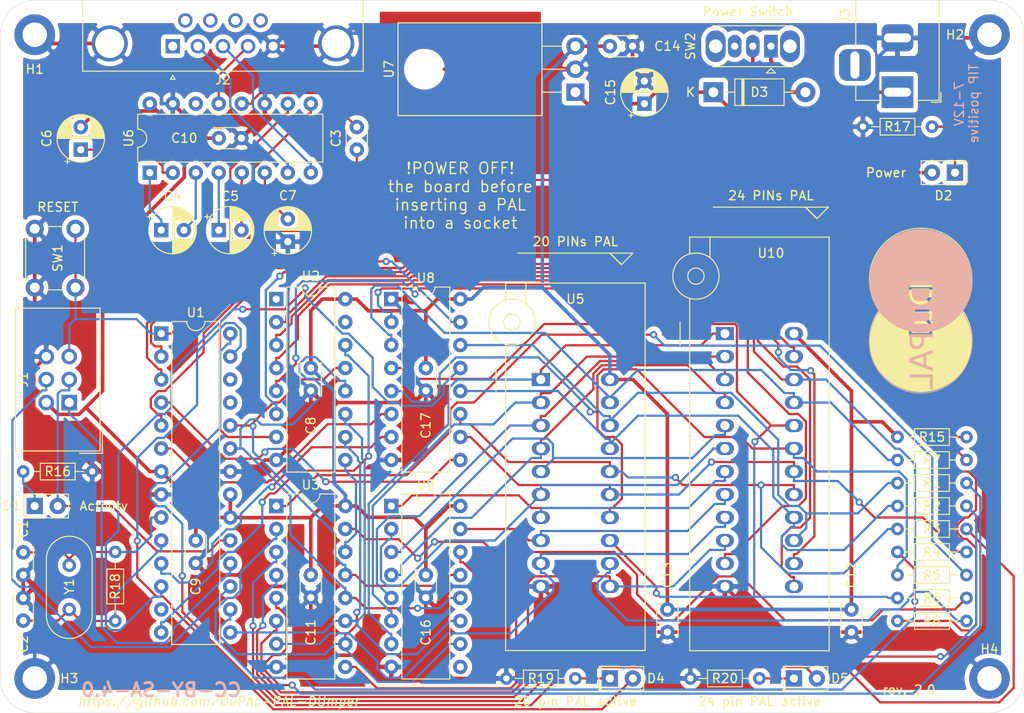
<source format=kicad_pcb>
(kicad_pcb (version 20171130) (host pcbnew 5.1.6-1.fc32)
  (layers (0 F.Cu signal hide) (31 B.Cu signal hide) (34 B.Paste user) (35 F.Paste user) (36 B.SilkS user) (37 F.SilkS user) (38 B.Mask user) (39 F.Mask user) (44 Edge.Cuts user))
  (net 0 "")
  (net 1 /XTAL1)
  (net 2 GND)
  (net 3 /XTAL2)
  (net 4 "Net-(C3-Pad2)")
  (net 5 /~RESET)
  (net 6 "Net-(C4-Pad2)")
  (net 7 "Net-(C4-Pad1)")
  (net 8 "Net-(C5-Pad2)")
  (net 9 "Net-(C5-Pad1)")
  (net 10 VCC)
  (net 11 "Net-(C6-Pad1)")
  (net 12 "Net-(C7-Pad2)")
  (net 13 /RECT_V12)
  (net 14 /SCK)
  (net 15 "Net-(D1-Pad1)")
  (net 16 "Net-(D2-Pad1)")
  (net 17 /SW_12V)
  (net 18 /MOSI)
  (net 19 /MISO)
  (net 20 /RS232-DTR)
  (net 21 /RS232-TX)
  (net 22 /RS232-RX)
  (net 23 +12V)
  (net 24 /TTL-TX)
  (net 25 /TTL-RX)
  (net 26 "Net-(U2-Pad9)")
  (net 27 "Net-(D4-Pad2)")
  (net 28 "Net-(D4-Pad1)")
  (net 29 "Net-(D5-Pad2)")
  (net 30 "Net-(D5-Pad1)")
  (net 31 "Net-(J2-Pad9)")
  (net 32 "Net-(J2-Pad8)")
  (net 33 "Net-(J2-Pad7)")
  (net 34 "Net-(J2-Pad6)")
  (net 35 "Net-(J2-Pad1)")
  (net 36 /P20_18)
  (net 37 /SIPO_O_14)
  (net 38 /P20_17)
  (net 39 /SIPO_O_13)
  (net 40 /P20_16)
  (net 41 /SIPO_O_12)
  (net 42 /P20_15)
  (net 43 /SIPO_O_11)
  (net 44 /P20_14)
  (net 45 /SIPO_O_10)
  (net 46 /P20_13)
  (net 47 /SIPO_O_9)
  (net 48 /P20_19)
  (net 49 /SIPO_O_8)
  (net 50 /P20_12)
  (net 51 /SIPO_O_7)
  (net 52 /SIPO_SER)
  (net 53 "Net-(U1-Pad13)")
  (net 54 "Net-(U1-Pad26)")
  (net 55 /PISO_SER)
  (net 56 "Net-(U1-Pad25)")
  (net 57 /PISO_CLK)
  (net 58 /~SIPO_OE)
  (net 59 /SIPO_RCLK)
  (net 60 /PISO_INH)
  (net 61 /PISO_SH)
  (net 62 /~PISO_CLR)
  (net 63 /~SIPO_CLR)
  (net 64 /SIPO_CLK)
  (net 65 /SIPO_O_1)
  (net 66 /P24_11)
  (net 67 /P24_13)
  (net 68 /P24_14)
  (net 69 /P24_23)
  (net 70 /SIPO_O_2)
  (net 71 /P20_9)
  (net 72 /P20_11)
  (net 73 "Net-(U3-Pad9)")
  (net 74 /P20_8)
  (net 75 /P20_7)
  (net 76 /P20_6)
  (net 77 /P20_5)
  (net 78 /P20_4)
  (net 79 /P20_3)
  (net 80 /P20_2)
  (net 81 /P20_1)
  (net 82 "Net-(U6-Pad14)")
  (net 83 "Net-(U9-Pad9)")
  (module logo:logo (layer B.Cu) (at 205.74 91.44 270)
    (fp_text reference G*** hide)
    (fp_text value LOGO hide)
  )
  (module logo:logo (layer F.Cu) (at 205.74 86.36 90)
    (fp_text reference G*** hide)
    (fp_text value LOGO hide)
  )
  (module MountingHole:MountingHole_2.7mm_M2.5_ISO7380_Pad (layer F.Cu) (at 200.66 129.54)
    (fp_text reference H4 (at 0 -3.25) (layer F.SilkS))
    (fp_text value MountingHole_Pad)
    (pad 1 thru_hole circle (at 0 0) (size 4.5 4.5) (drill 2.7) (layers *.Cu *.Mask) (net 2 GND))
  )
  (module MountingHole:MountingHole_2.7mm_M2.5_ISO7380_Pad (layer F.Cu) (at 95.25 129.54)
    (fp_text reference H3 (at 3.81 0) (layer F.SilkS))
    (fp_text value MountingHole_Pad)
    (pad 1 thru_hole circle (at 0 0) (size 4.5 4.5) (drill 2.7) (layers *.Cu *.Mask) (net 2 GND))
  )
  (module MountingHole:MountingHole_2.7mm_M2.5_ISO7380_Pad (layer F.Cu) (at 200.66 58.42)
    (fp_text reference H2 (at -3.81 0) (layer F.SilkS))
    (fp_text value MountingHole_Pad)
    (pad 1 thru_hole circle (at 0 0) (size 4.5 4.5) (drill 2.7) (layers *.Cu *.Mask) (net 2 GND))
  )
  (module MountingHole:MountingHole_2.7mm_M2.5_ISO7380_Pad (layer F.Cu) (at 95.25 58.42)
    (fp_text reference H1 (at 0 3.81) (layer F.SilkS))
    (fp_text value MountingHole_Pad)
    (pad 1 thru_hole circle (at 0 0) (size 4.5 4.5) (drill 2.7) (layers *.Cu *.Mask) (net 2 GND))
  )
  (module Socket:DIP_Socket-24_W4.3_W5.08_W7.62_W10.16_W10.9_3M_224-5248-00-0602J (layer F.Cu) (at 171.45 91.44)
    (fp_text reference U10 (at 5.08 -8.89) (layer F.SilkS))
    (fp_text value "24 Pin PAL")
    (pad 13 thru_hole oval (at 7.62 27.94) (size 2 1.44) (drill 1) (layers *.Cu *.Mask) (net 67 /P24_13))
    (pad 12 thru_hole oval (at 0 27.94) (size 2 1.44) (drill 1) (layers *.Cu *.Mask) (net 2 GND))
    (pad 14 thru_hole oval (at 7.62 25.4) (size 2 1.44) (drill 1) (layers *.Cu *.Mask) (net 68 /P24_14))
    (pad 11 thru_hole oval (at 0 25.4) (size 2 1.44) (drill 1) (layers *.Cu *.Mask) (net 66 /P24_11))
    (pad 15 thru_hole oval (at 7.62 22.86) (size 2 1.44) (drill 1) (layers *.Cu *.Mask) (net 36 /P20_18))
    (pad 10 thru_hole oval (at 0 22.86) (size 2 1.44) (drill 1) (layers *.Cu *.Mask) (net 72 /P20_11))
    (pad 16 thru_hole oval (at 7.62 20.32) (size 2 1.44) (drill 1) (layers *.Cu *.Mask) (net 38 /P20_17))
    (pad 9 thru_hole oval (at 0 20.32) (size 2 1.44) (drill 1) (layers *.Cu *.Mask) (net 71 /P20_9))
    (pad 17 thru_hole oval (at 7.62 17.78) (size 2 1.44) (drill 1) (layers *.Cu *.Mask) (net 40 /P20_16))
    (pad 8 thru_hole oval (at 0 17.78) (size 2 1.44) (drill 1) (layers *.Cu *.Mask) (net 74 /P20_8))
    (pad 18 thru_hole oval (at 7.62 15.24) (size 2 1.44) (drill 1) (layers *.Cu *.Mask) (net 42 /P20_15))
    (pad 7 thru_hole oval (at 0 15.24) (size 2 1.44) (drill 1) (layers *.Cu *.Mask) (net 75 /P20_7))
    (pad 19 thru_hole oval (at 7.62 12.7) (size 2 1.44) (drill 1) (layers *.Cu *.Mask) (net 44 /P20_14))
    (pad 6 thru_hole oval (at 0 12.7) (size 2 1.44) (drill 1) (layers *.Cu *.Mask) (net 76 /P20_6))
    (pad 20 thru_hole oval (at 7.62 10.16) (size 2 1.44) (drill 1) (layers *.Cu *.Mask) (net 46 /P20_13))
    (pad 5 thru_hole oval (at 0 10.16) (size 2 1.44) (drill 1) (layers *.Cu *.Mask) (net 77 /P20_5))
    (pad 21 thru_hole oval (at 7.62 7.62) (size 2 1.44) (drill 1) (layers *.Cu *.Mask) (net 48 /P20_19))
    (pad 4 thru_hole oval (at 0 7.62) (size 2 1.44) (drill 1) (layers *.Cu *.Mask) (net 78 /P20_4))
    (pad 22 thru_hole oval (at 7.62 5.08) (size 2 1.44) (drill 1) (layers *.Cu *.Mask) (net 50 /P20_12))
    (pad 3 thru_hole oval (at 0 5.08) (size 2 1.44) (drill 1) (layers *.Cu *.Mask) (net 79 /P20_3))
    (pad 23 thru_hole oval (at 7.62 2.54) (size 2 1.44) (drill 1) (layers *.Cu *.Mask) (net 69 /P24_23))
    (pad 2 thru_hole oval (at 0 2.54) (size 2 1.44) (drill 1) (layers *.Cu *.Mask) (net 80 /P20_2))
    (pad 24 thru_hole oval (at 7.62 0) (size 2 1.44) (drill 1) (layers *.Cu *.Mask) (net 10 VCC))
    (pad 1 thru_hole rect (at 0 0) (size 2 1.44) (drill 1) (layers *.Cu *.Mask) (net 81 /P20_1))
  )
  (module Package_DIP:DIP-16_W7.62mm (layer F.Cu) (at 134.62 110.49)
    (fp_text reference U9 (at 3.81 -2.33) (layer F.SilkS))
    (fp_text value 74HC595)
    (pad 16 thru_hole oval (at 7.62 0) (size 1.6 1.6) (drill 0.8) (layers *.Cu *.Mask) (net 10 VCC))
    (pad 8 thru_hole oval (at 0 17.78) (size 1.6 1.6) (drill 0.8) (layers *.Cu *.Mask) (net 2 GND))
    (pad 15 thru_hole oval (at 7.62 2.54) (size 1.6 1.6) (drill 0.8) (layers *.Cu *.Mask) (net 74 /P20_8))
    (pad 7 thru_hole oval (at 0 15.24) (size 1.6 1.6) (drill 0.8) (layers *.Cu *.Mask) (net 81 /P20_1))
    (pad 14 thru_hole oval (at 7.62 5.08) (size 1.6 1.6) (drill 0.8) (layers *.Cu *.Mask) (net 73 "Net-(U3-Pad9)"))
    (pad 6 thru_hole oval (at 0 12.7) (size 1.6 1.6) (drill 0.8) (layers *.Cu *.Mask) (net 80 /P20_2))
    (pad 13 thru_hole oval (at 7.62 7.62) (size 1.6 1.6) (drill 0.8) (layers *.Cu *.Mask) (net 58 /~SIPO_OE))
    (pad 5 thru_hole oval (at 0 10.16) (size 1.6 1.6) (drill 0.8) (layers *.Cu *.Mask) (net 79 /P20_3))
    (pad 12 thru_hole oval (at 7.62 10.16) (size 1.6 1.6) (drill 0.8) (layers *.Cu *.Mask) (net 59 /SIPO_RCLK))
    (pad 4 thru_hole oval (at 0 7.62) (size 1.6 1.6) (drill 0.8) (layers *.Cu *.Mask) (net 78 /P20_4))
    (pad 11 thru_hole oval (at 7.62 12.7) (size 1.6 1.6) (drill 0.8) (layers *.Cu *.Mask) (net 64 /SIPO_CLK))
    (pad 3 thru_hole oval (at 0 5.08) (size 1.6 1.6) (drill 0.8) (layers *.Cu *.Mask) (net 77 /P20_5))
    (pad 10 thru_hole oval (at 7.62 15.24) (size 1.6 1.6) (drill 0.8) (layers *.Cu *.Mask) (net 63 /~SIPO_CLR))
    (pad 2 thru_hole oval (at 0 2.54) (size 1.6 1.6) (drill 0.8) (layers *.Cu *.Mask) (net 76 /P20_6))
    (pad 9 thru_hole oval (at 7.62 17.78) (size 1.6 1.6) (drill 0.8) (layers *.Cu *.Mask) (net 83 "Net-(U9-Pad9)"))
    (pad 1 thru_hole rect (at 0 0) (size 1.6 1.6) (drill 0.8) (layers *.Cu *.Mask) (net 75 /P20_7))
  )
  (module Package_DIP:DIP-16_W7.62mm (layer F.Cu) (at 134.62 87.63)
    (fp_text reference U8 (at 3.81 -2.33) (layer F.SilkS))
    (fp_text value 74HC166)
    (pad 16 thru_hole oval (at 7.62 0) (size 1.6 1.6) (drill 0.8) (layers *.Cu *.Mask) (net 10 VCC))
    (pad 8 thru_hole oval (at 0 17.78) (size 1.6 1.6) (drill 0.8) (layers *.Cu *.Mask) (net 2 GND))
    (pad 15 thru_hole oval (at 7.62 2.54) (size 1.6 1.6) (drill 0.8) (layers *.Cu *.Mask) (net 61 /PISO_SH))
    (pad 7 thru_hole oval (at 0 15.24) (size 1.6 1.6) (drill 0.8) (layers *.Cu *.Mask) (net 57 /PISO_CLK))
    (pad 14 thru_hole oval (at 7.62 5.08) (size 1.6 1.6) (drill 0.8) (layers *.Cu *.Mask) (net 36 /P20_18))
    (pad 6 thru_hole oval (at 0 12.7) (size 1.6 1.6) (drill 0.8) (layers *.Cu *.Mask) (net 60 /PISO_INH))
    (pad 13 thru_hole oval (at 7.62 7.62) (size 1.6 1.6) (drill 0.8) (layers *.Cu *.Mask) (net 55 /PISO_SER))
    (pad 5 thru_hole oval (at 0 10.16) (size 1.6 1.6) (drill 0.8) (layers *.Cu *.Mask) (net 44 /P20_14))
    (pad 12 thru_hole oval (at 7.62 10.16) (size 1.6 1.6) (drill 0.8) (layers *.Cu *.Mask) (net 38 /P20_17))
    (pad 4 thru_hole oval (at 0 7.62) (size 1.6 1.6) (drill 0.8) (layers *.Cu *.Mask) (net 46 /P20_13))
    (pad 11 thru_hole oval (at 7.62 12.7) (size 1.6 1.6) (drill 0.8) (layers *.Cu *.Mask) (net 40 /P20_16))
    (pad 3 thru_hole oval (at 0 5.08) (size 1.6 1.6) (drill 0.8) (layers *.Cu *.Mask) (net 48 /P20_19))
    (pad 10 thru_hole oval (at 7.62 15.24) (size 1.6 1.6) (drill 0.8) (layers *.Cu *.Mask) (net 42 /P20_15))
    (pad 2 thru_hole oval (at 0 2.54) (size 1.6 1.6) (drill 0.8) (layers *.Cu *.Mask) (net 50 /P20_12))
    (pad 9 thru_hole oval (at 7.62 17.78) (size 1.6 1.6) (drill 0.8) (layers *.Cu *.Mask) (net 62 /~PISO_CLR))
    (pad 1 thru_hole rect (at 0 0) (size 1.6 1.6) (drill 0.8) (layers *.Cu *.Mask) (net 2 GND))
  )
  (module Package_TO_SOT_THT:TO-220-3_Horizontal_TabDown (layer F.Cu) (at 154.94 64.77 90)
    (fp_text reference U7 (at 2.54 -20.58 90) (layer F.SilkS))
    (fp_text value L7805)
    (pad 3 thru_hole oval (at 5.08 0 90) (size 1.905 2) (drill 1.1) (layers *.Cu *.Mask) (net 10 VCC))
    (pad 2 thru_hole oval (at 2.54 0 90) (size 1.905 2) (drill 1.1) (layers *.Cu *.Mask) (net 2 GND))
    (pad 1 thru_hole rect (at 0 0 90) (size 1.905 2) (drill 1.1) (layers *.Cu *.Mask) (net 13 /RECT_V12))
    (pad "" np_thru_hole oval (at 2.54 -16.66 90) (size 3.5 3.5) (drill 3.5) (layers *.Cu *.Mask))
  )
  (module Resistor_THT:R_Axial_DIN0204_L3.6mm_D1.6mm_P7.62mm_Horizontal (layer F.Cu) (at 175.26 129.54 180)
    (fp_text reference R20 (at 3.81 0) (layer F.SilkS))
    (fp_text value 680)
    (pad 2 thru_hole oval (at 7.62 0 180) (size 1.4 1.4) (drill 0.7) (layers *.Cu *.Mask) (net 2 GND))
    (pad 1 thru_hole circle (at 0 0 180) (size 1.4 1.4) (drill 0.7) (layers *.Cu *.Mask) (net 30 "Net-(D5-Pad1)"))
  )
  (module Resistor_THT:R_Axial_DIN0204_L3.6mm_D1.6mm_P7.62mm_Horizontal (layer F.Cu) (at 154.94 129.54 180)
    (fp_text reference R19 (at 3.81 0) (layer F.SilkS))
    (fp_text value 680)
    (pad 2 thru_hole oval (at 7.62 0 180) (size 1.4 1.4) (drill 0.7) (layers *.Cu *.Mask) (net 2 GND))
    (pad 1 thru_hole circle (at 0 0 180) (size 1.4 1.4) (drill 0.7) (layers *.Cu *.Mask) (net 28 "Net-(D4-Pad1)"))
  )
  (module LED_THT:LED_D2.0mm_W4.8mm_H2.5mm_FlatTop (layer F.Cu) (at 179.07 129.54)
    (fp_text reference D5 (at 5.08 0) (layer F.SilkS))
    (fp_text value PAL24_LED)
    (pad 2 thru_hole circle (at 2.54 0) (size 1.8 1.8) (drill 0.9) (layers *.Cu *.Mask) (net 29 "Net-(D5-Pad2)"))
    (pad 1 thru_hole rect (at 0 0) (size 1.8 1.8) (drill 0.9) (layers *.Cu *.Mask) (net 30 "Net-(D5-Pad1)"))
  )
  (module LED_THT:LED_D2.0mm_W4.8mm_H2.5mm_FlatTop (layer F.Cu) (at 158.75 129.54)
    (fp_text reference D4 (at 5.08 0) (layer F.SilkS))
    (fp_text value PAL20_LED)
    (pad 2 thru_hole circle (at 2.54 0) (size 1.8 1.8) (drill 0.9) (layers *.Cu *.Mask) (net 27 "Net-(D4-Pad2)"))
    (pad 1 thru_hole rect (at 0 0) (size 1.8 1.8) (drill 0.9) (layers *.Cu *.Mask) (net 28 "Net-(D4-Pad1)"))
  )
  (module Capacitor_THT:C_Disc_D3.4mm_W2.1mm_P2.50mm (layer F.Cu) (at 138.43 95.25 270)
    (fp_text reference C17 (at 6.35 0 90) (layer F.SilkS))
    (fp_text value 100nF)
    (pad 2 thru_hole circle (at 2.5 0 270) (size 1.6 1.6) (drill 0.8) (layers *.Cu *.Mask) (net 2 GND))
    (pad 1 thru_hole circle (at 0 0 270) (size 1.6 1.6) (drill 0.8) (layers *.Cu *.Mask) (net 10 VCC))
  )
  (module Capacitor_THT:C_Disc_D3.4mm_W2.1mm_P2.50mm (layer F.Cu) (at 138.43 118.11 270)
    (fp_text reference C16 (at 6.35 0 90) (layer F.SilkS))
    (fp_text value 100nF)
    (pad 2 thru_hole circle (at 2.5 0 270) (size 1.6 1.6) (drill 0.8) (layers *.Cu *.Mask) (net 2 GND))
    (pad 1 thru_hole circle (at 0 0 270) (size 1.6 1.6) (drill 0.8) (layers *.Cu *.Mask) (net 10 VCC))
  )
  (module Capacitor_THT:C_Disc_D3.4mm_W2.1mm_P2.50mm (layer F.Cu) (at 165.1 121.92 270)
    (fp_text reference C13 (at -3.81 0 90) (layer F.SilkS))
    (fp_text value 100nF)
    (pad 2 thru_hole circle (at 2.5 0 270) (size 1.6 1.6) (drill 0.8) (layers *.Cu *.Mask) (net 2 GND))
    (pad 1 thru_hole circle (at 0 0 270) (size 1.6 1.6) (drill 0.8) (layers *.Cu *.Mask) (net 10 VCC))
  )
  (module Crystal:Crystal_HC49-U_Vertical (layer F.Cu) (at 99.06 121.92 90)
    (fp_text reference Y1 (at 2.54 0 90) (layer F.SilkS))
    (fp_text value 8Mhz)
    (pad 2 thru_hole circle (at 4.88 0 90) (size 1.5 1.5) (drill 0.8) (layers *.Cu *.Mask) (net 1 /XTAL1))
    (pad 1 thru_hole circle (at 0 0 90) (size 1.5 1.5) (drill 0.8) (layers *.Cu *.Mask) (net 3 /XTAL2))
  )
  (module Package_DIP:DIP-16_W7.62mm (layer F.Cu) (at 107.95 73.66 90)
    (fp_text reference U6 (at 3.81 -2.33 90) (layer F.SilkS))
    (fp_text value MAX232)
    (pad 16 thru_hole oval (at 7.62 0 90) (size 1.6 1.6) (drill 0.8) (layers *.Cu *.Mask) (net 10 VCC))
    (pad 8 thru_hole oval (at 0 17.78 90) (size 1.6 1.6) (drill 0.8) (layers *.Cu *.Mask) (net 21 /RS232-TX))
    (pad 15 thru_hole oval (at 7.62 2.54 90) (size 1.6 1.6) (drill 0.8) (layers *.Cu *.Mask) (net 2 GND))
    (pad 7 thru_hole oval (at 0 15.24 90) (size 1.6 1.6) (drill 0.8) (layers *.Cu *.Mask) (net 22 /RS232-RX))
    (pad 14 thru_hole oval (at 7.62 5.08 90) (size 1.6 1.6) (drill 0.8) (layers *.Cu *.Mask) (net 82 "Net-(U6-Pad14)"))
    (pad 6 thru_hole oval (at 0 12.7 90) (size 1.6 1.6) (drill 0.8) (layers *.Cu *.Mask) (net 12 "Net-(C7-Pad2)"))
    (pad 13 thru_hole oval (at 7.62 7.62 90) (size 1.6 1.6) (drill 0.8) (layers *.Cu *.Mask) (net 20 /RS232-DTR))
    (pad 5 thru_hole oval (at 0 10.16 90) (size 1.6 1.6) (drill 0.8) (layers *.Cu *.Mask) (net 8 "Net-(C5-Pad2)"))
    (pad 12 thru_hole oval (at 7.62 10.16 90) (size 1.6 1.6) (drill 0.8) (layers *.Cu *.Mask) (net 4 "Net-(C3-Pad2)"))
    (pad 4 thru_hole oval (at 0 7.62 90) (size 1.6 1.6) (drill 0.8) (layers *.Cu *.Mask) (net 9 "Net-(C5-Pad1)"))
    (pad 11 thru_hole oval (at 7.62 12.7 90) (size 1.6 1.6) (drill 0.8) (layers *.Cu *.Mask) (net 2 GND))
    (pad 3 thru_hole oval (at 0 5.08 90) (size 1.6 1.6) (drill 0.8) (layers *.Cu *.Mask) (net 6 "Net-(C4-Pad2)"))
    (pad 10 thru_hole oval (at 7.62 15.24 90) (size 1.6 1.6) (drill 0.8) (layers *.Cu *.Mask) (net 24 /TTL-TX))
    (pad 2 thru_hole oval (at 0 2.54 90) (size 1.6 1.6) (drill 0.8) (layers *.Cu *.Mask) (net 11 "Net-(C6-Pad1)"))
    (pad 9 thru_hole oval (at 7.62 17.78 90) (size 1.6 1.6) (drill 0.8) (layers *.Cu *.Mask) (net 25 /TTL-RX))
    (pad 1 thru_hole rect (at 0 0 90) (size 1.6 1.6) (drill 0.8) (layers *.Cu *.Mask) (net 7 "Net-(C4-Pad1)"))
  )
  (module Socket:DIP_Socket-20_W4.3_W5.08_W7.62_W10.16_W10.9_3M_220-3342-00-0602J (layer F.Cu) (at 151.13 96.52)
    (fp_text reference U5 (at 3.81 -8.89) (layer F.SilkS))
    (fp_text value "20 Pin PAL")
    (pad 11 thru_hole oval (at 7.62 22.86) (size 2 1.44) (drill 1) (layers *.Cu *.Mask) (net 72 /P20_11))
    (pad 10 thru_hole oval (at 0 22.86) (size 2 1.44) (drill 1) (layers *.Cu *.Mask) (net 2 GND))
    (pad 12 thru_hole oval (at 7.62 20.32) (size 2 1.44) (drill 1) (layers *.Cu *.Mask) (net 50 /P20_12))
    (pad 9 thru_hole oval (at 0 20.32) (size 2 1.44) (drill 1) (layers *.Cu *.Mask) (net 71 /P20_9))
    (pad 13 thru_hole oval (at 7.62 17.78) (size 2 1.44) (drill 1) (layers *.Cu *.Mask) (net 46 /P20_13))
    (pad 8 thru_hole oval (at 0 17.78) (size 2 1.44) (drill 1) (layers *.Cu *.Mask) (net 74 /P20_8))
    (pad 14 thru_hole oval (at 7.62 15.24) (size 2 1.44) (drill 1) (layers *.Cu *.Mask) (net 44 /P20_14))
    (pad 7 thru_hole oval (at 0 15.24) (size 2 1.44) (drill 1) (layers *.Cu *.Mask) (net 75 /P20_7))
    (pad 15 thru_hole oval (at 7.62 12.7) (size 2 1.44) (drill 1) (layers *.Cu *.Mask) (net 42 /P20_15))
    (pad 6 thru_hole oval (at 0 12.7) (size 2 1.44) (drill 1) (layers *.Cu *.Mask) (net 76 /P20_6))
    (pad 16 thru_hole oval (at 7.62 10.16) (size 2 1.44) (drill 1) (layers *.Cu *.Mask) (net 40 /P20_16))
    (pad 5 thru_hole oval (at 0 10.16) (size 2 1.44) (drill 1) (layers *.Cu *.Mask) (net 77 /P20_5))
    (pad 17 thru_hole oval (at 7.62 7.62) (size 2 1.44) (drill 1) (layers *.Cu *.Mask) (net 38 /P20_17))
    (pad 4 thru_hole oval (at 0 7.62) (size 2 1.44) (drill 1) (layers *.Cu *.Mask) (net 78 /P20_4))
    (pad 18 thru_hole oval (at 7.62 5.08) (size 2 1.44) (drill 1) (layers *.Cu *.Mask) (net 36 /P20_18))
    (pad 3 thru_hole oval (at 0 5.08) (size 2 1.44) (drill 1) (layers *.Cu *.Mask) (net 79 /P20_3))
    (pad 19 thru_hole oval (at 7.62 2.54) (size 2 1.44) (drill 1) (layers *.Cu *.Mask) (net 48 /P20_19))
    (pad 2 thru_hole oval (at 0 2.54) (size 2 1.44) (drill 1) (layers *.Cu *.Mask) (net 80 /P20_2))
    (pad 20 thru_hole oval (at 7.62 0) (size 2 1.44) (drill 1) (layers *.Cu *.Mask) (net 10 VCC))
    (pad 1 thru_hole rect (at 0 0) (size 2 1.44) (drill 1) (layers *.Cu *.Mask) (net 81 /P20_1))
  )
  (module Package_DIP:DIP-16_W7.62mm (layer F.Cu) (at 121.92 110.49)
    (fp_text reference U3 (at 3.81 -2.33) (layer F.SilkS))
    (fp_text value 74HC595)
    (pad 16 thru_hole oval (at 7.62 0) (size 1.6 1.6) (drill 0.8) (layers *.Cu *.Mask) (net 10 VCC))
    (pad 8 thru_hole oval (at 0 17.78) (size 1.6 1.6) (drill 0.8) (layers *.Cu *.Mask) (net 2 GND))
    (pad 15 thru_hole oval (at 7.62 2.54) (size 1.6 1.6) (drill 0.8) (layers *.Cu *.Mask) (net 47 /SIPO_O_9))
    (pad 7 thru_hole oval (at 0 15.24) (size 1.6 1.6) (drill 0.8) (layers *.Cu *.Mask) (net 71 /P20_9))
    (pad 14 thru_hole oval (at 7.62 5.08) (size 1.6 1.6) (drill 0.8) (layers *.Cu *.Mask) (net 26 "Net-(U2-Pad9)"))
    (pad 6 thru_hole oval (at 0 12.7) (size 1.6 1.6) (drill 0.8) (layers *.Cu *.Mask) (net 72 /P20_11))
    (pad 13 thru_hole oval (at 7.62 7.62) (size 1.6 1.6) (drill 0.8) (layers *.Cu *.Mask) (net 58 /~SIPO_OE))
    (pad 5 thru_hole oval (at 0 10.16) (size 1.6 1.6) (drill 0.8) (layers *.Cu *.Mask) (net 37 /SIPO_O_14))
    (pad 12 thru_hole oval (at 7.62 10.16) (size 1.6 1.6) (drill 0.8) (layers *.Cu *.Mask) (net 59 /SIPO_RCLK))
    (pad 4 thru_hole oval (at 0 7.62) (size 1.6 1.6) (drill 0.8) (layers *.Cu *.Mask) (net 39 /SIPO_O_13))
    (pad 11 thru_hole oval (at 7.62 12.7) (size 1.6 1.6) (drill 0.8) (layers *.Cu *.Mask) (net 64 /SIPO_CLK))
    (pad 3 thru_hole oval (at 0 5.08) (size 1.6 1.6) (drill 0.8) (layers *.Cu *.Mask) (net 41 /SIPO_O_12))
    (pad 10 thru_hole oval (at 7.62 15.24) (size 1.6 1.6) (drill 0.8) (layers *.Cu *.Mask) (net 63 /~SIPO_CLR))
    (pad 2 thru_hole oval (at 0 2.54) (size 1.6 1.6) (drill 0.8) (layers *.Cu *.Mask) (net 43 /SIPO_O_11))
    (pad 9 thru_hole oval (at 7.62 17.78) (size 1.6 1.6) (drill 0.8) (layers *.Cu *.Mask) (net 73 "Net-(U3-Pad9)"))
    (pad 1 thru_hole rect (at 0 0) (size 1.6 1.6) (drill 0.8) (layers *.Cu *.Mask) (net 45 /SIPO_O_10))
  )
  (module Package_DIP:DIP-16_W7.62mm (layer F.Cu) (at 121.92 87.63)
    (fp_text reference U2 (at 3.81 -2.54) (layer F.SilkS))
    (fp_text value 74HC595)
    (pad 16 thru_hole oval (at 7.62 0) (size 1.6 1.6) (drill 0.8) (layers *.Cu *.Mask) (net 10 VCC))
    (pad 8 thru_hole oval (at 0 17.78) (size 1.6 1.6) (drill 0.8) (layers *.Cu *.Mask) (net 2 GND))
    (pad 15 thru_hole oval (at 7.62 2.54) (size 1.6 1.6) (drill 0.8) (layers *.Cu *.Mask) (net 65 /SIPO_O_1))
    (pad 7 thru_hole oval (at 0 15.24) (size 1.6 1.6) (drill 0.8) (layers *.Cu *.Mask) (net 49 /SIPO_O_8))
    (pad 14 thru_hole oval (at 7.62 5.08) (size 1.6 1.6) (drill 0.8) (layers *.Cu *.Mask) (net 52 /SIPO_SER))
    (pad 6 thru_hole oval (at 0 12.7) (size 1.6 1.6) (drill 0.8) (layers *.Cu *.Mask) (net 51 /SIPO_O_7))
    (pad 13 thru_hole oval (at 7.62 7.62) (size 1.6 1.6) (drill 0.8) (layers *.Cu *.Mask) (net 58 /~SIPO_OE))
    (pad 5 thru_hole oval (at 0 10.16) (size 1.6 1.6) (drill 0.8) (layers *.Cu *.Mask) (net 66 /P24_11))
    (pad 12 thru_hole oval (at 7.62 10.16) (size 1.6 1.6) (drill 0.8) (layers *.Cu *.Mask) (net 59 /SIPO_RCLK))
    (pad 4 thru_hole oval (at 0 7.62) (size 1.6 1.6) (drill 0.8) (layers *.Cu *.Mask) (net 67 /P24_13))
    (pad 11 thru_hole oval (at 7.62 12.7) (size 1.6 1.6) (drill 0.8) (layers *.Cu *.Mask) (net 64 /SIPO_CLK))
    (pad 3 thru_hole oval (at 0 5.08) (size 1.6 1.6) (drill 0.8) (layers *.Cu *.Mask) (net 68 /P24_14))
    (pad 10 thru_hole oval (at 7.62 15.24) (size 1.6 1.6) (drill 0.8) (layers *.Cu *.Mask) (net 63 /~SIPO_CLR))
    (pad 2 thru_hole oval (at 0 2.54) (size 1.6 1.6) (drill 0.8) (layers *.Cu *.Mask) (net 69 /P24_23))
    (pad 9 thru_hole oval (at 7.62 17.78) (size 1.6 1.6) (drill 0.8) (layers *.Cu *.Mask) (net 26 "Net-(U2-Pad9)"))
    (pad 1 thru_hole rect (at 0 0) (size 1.6 1.6) (drill 0.8) (layers *.Cu *.Mask) (net 70 /SIPO_O_2))
  )
  (module Package_DIP:DIP-28_W7.62mm (layer F.Cu) (at 109.22 91.44)
    (fp_text reference U1 (at 3.81 -2.33) (layer F.SilkS))
    (fp_text value ATmega8A-PU)
    (pad 28 thru_hole oval (at 7.62 0) (size 1.6 1.6) (drill 0.8) (layers *.Cu *.Mask) (net 29 "Net-(D5-Pad2)"))
    (pad 14 thru_hole oval (at 0 33.02) (size 1.6 1.6) (drill 0.8) (layers *.Cu *.Mask) (net 52 /SIPO_SER))
    (pad 27 thru_hole oval (at 7.62 2.54) (size 1.6 1.6) (drill 0.8) (layers *.Cu *.Mask) (net 27 "Net-(D4-Pad2)"))
    (pad 13 thru_hole oval (at 0 30.48) (size 1.6 1.6) (drill 0.8) (layers *.Cu *.Mask) (net 53 "Net-(U1-Pad13)"))
    (pad 26 thru_hole oval (at 7.62 5.08) (size 1.6 1.6) (drill 0.8) (layers *.Cu *.Mask) (net 54 "Net-(U1-Pad26)"))
    (pad 12 thru_hole oval (at 0 27.94) (size 1.6 1.6) (drill 0.8) (layers *.Cu *.Mask) (net 55 /PISO_SER))
    (pad 25 thru_hole oval (at 7.62 7.62) (size 1.6 1.6) (drill 0.8) (layers *.Cu *.Mask) (net 56 "Net-(U1-Pad25)"))
    (pad 11 thru_hole oval (at 0 25.4) (size 1.6 1.6) (drill 0.8) (layers *.Cu *.Mask) (net 57 /PISO_CLK))
    (pad 24 thru_hole oval (at 7.62 10.16) (size 1.6 1.6) (drill 0.8) (layers *.Cu *.Mask) (net 58 /~SIPO_OE))
    (pad 10 thru_hole oval (at 0 22.86) (size 1.6 1.6) (drill 0.8) (layers *.Cu *.Mask) (net 3 /XTAL2))
    (pad 23 thru_hole oval (at 7.62 12.7) (size 1.6 1.6) (drill 0.8) (layers *.Cu *.Mask) (net 59 /SIPO_RCLK))
    (pad 9 thru_hole oval (at 0 20.32) (size 1.6 1.6) (drill 0.8) (layers *.Cu *.Mask) (net 1 /XTAL1))
    (pad 22 thru_hole oval (at 7.62 15.24) (size 1.6 1.6) (drill 0.8) (layers *.Cu *.Mask) (net 2 GND))
    (pad 8 thru_hole oval (at 0 17.78) (size 1.6 1.6) (drill 0.8) (layers *.Cu *.Mask) (net 2 GND))
    (pad 21 thru_hole oval (at 7.62 17.78) (size 1.6 1.6) (drill 0.8) (layers *.Cu *.Mask) (net 10 VCC))
    (pad 7 thru_hole oval (at 0 15.24) (size 1.6 1.6) (drill 0.8) (layers *.Cu *.Mask) (net 10 VCC))
    (pad 20 thru_hole oval (at 7.62 20.32) (size 1.6 1.6) (drill 0.8) (layers *.Cu *.Mask) (net 10 VCC))
    (pad 6 thru_hole oval (at 0 12.7) (size 1.6 1.6) (drill 0.8) (layers *.Cu *.Mask) (net 60 /PISO_INH))
    (pad 19 thru_hole oval (at 7.62 22.86) (size 1.6 1.6) (drill 0.8) (layers *.Cu *.Mask) (net 14 /SCK))
    (pad 5 thru_hole oval (at 0 10.16) (size 1.6 1.6) (drill 0.8) (layers *.Cu *.Mask) (net 61 /PISO_SH))
    (pad 18 thru_hole oval (at 7.62 25.4) (size 1.6 1.6) (drill 0.8) (layers *.Cu *.Mask) (net 19 /MISO))
    (pad 4 thru_hole oval (at 0 7.62) (size 1.6 1.6) (drill 0.8) (layers *.Cu *.Mask) (net 62 /~PISO_CLR))
    (pad 17 thru_hole oval (at 7.62 27.94) (size 1.6 1.6) (drill 0.8) (layers *.Cu *.Mask) (net 18 /MOSI))
    (pad 3 thru_hole oval (at 0 5.08) (size 1.6 1.6) (drill 0.8) (layers *.Cu *.Mask) (net 24 /TTL-TX))
    (pad 16 thru_hole oval (at 7.62 30.48) (size 1.6 1.6) (drill 0.8) (layers *.Cu *.Mask) (net 63 /~SIPO_CLR))
    (pad 2 thru_hole oval (at 0 2.54) (size 1.6 1.6) (drill 0.8) (layers *.Cu *.Mask) (net 25 /TTL-RX))
    (pad 15 thru_hole oval (at 7.62 33.02) (size 1.6 1.6) (drill 0.8) (layers *.Cu *.Mask) (net 64 /SIPO_CLK))
    (pad 1 thru_hole rect (at 0 0) (size 1.6 1.6) (drill 0.8) (layers *.Cu *.Mask) (net 5 /~RESET))
  )
  (module Button_Switch_THT:SW_Slide_1P2T_CK_OS102011MS2Q (layer F.Cu) (at 176.53 59.69 180)
    (fp_text reference SW2 (at 8.89 0 90) (layer F.SilkS))
    (fp_text value Power)
    (pad "" thru_hole oval (at 6.1 0 180) (size 2.2 3.5) (drill 1.5) (layers *.Cu *.Mask))
    (pad "" thru_hole oval (at -2.1 0 180) (size 2.2 3.5) (drill 1.5) (layers *.Cu *.Mask))
    (pad 3 thru_hole oval (at 4 0 180) (size 1.5 2.5) (drill 0.8) (layers *.Cu *.Mask))
    (pad 2 thru_hole oval (at 2 0 180) (size 1.5 2.5) (drill 0.8) (layers *.Cu *.Mask) (net 17 /SW_12V))
    (pad 1 thru_hole rect (at 0 0 180) (size 1.5 2.5) (drill 0.8) (layers *.Cu *.Mask) (net 23 +12V))
  )
  (module Button_Switch_THT:SW_PUSH_6mm (layer F.Cu) (at 95.25 86.36 90)
    (fp_text reference SW1 (at 3.25 2.54 90) (layer F.SilkS))
    (fp_text value SW_Push)
    (pad 1 thru_hole circle (at 6.5 0 180) (size 2 2) (drill 1.1) (layers *.Cu *.Mask) (net 2 GND))
    (pad 2 thru_hole circle (at 6.5 4.5 180) (size 2 2) (drill 1.1) (layers *.Cu *.Mask) (net 5 /~RESET))
    (pad 1 thru_hole circle (at 0 0 180) (size 2 2) (drill 1.1) (layers *.Cu *.Mask) (net 2 GND))
    (pad 2 thru_hole circle (at 0 4.5 180) (size 2 2) (drill 1.1) (layers *.Cu *.Mask) (net 5 /~RESET))
  )
  (module Resistor_THT:R_Axial_DIN0204_L3.6mm_D1.6mm_P7.62mm_Horizontal (layer F.Cu) (at 104.14 123.19 90)
    (fp_text reference R18 (at 3.81 0 90) (layer F.SilkS))
    (fp_text value 1M)
    (pad 2 thru_hole oval (at 7.62 0 90) (size 1.4 1.4) (drill 0.7) (layers *.Cu *.Mask) (net 1 /XTAL1))
    (pad 1 thru_hole circle (at 0 0 90) (size 1.4 1.4) (drill 0.7) (layers *.Cu *.Mask) (net 3 /XTAL2))
  )
  (module Resistor_THT:R_Axial_DIN0204_L3.6mm_D1.6mm_P7.62mm_Horizontal (layer F.Cu) (at 194.31 68.58 180)
    (fp_text reference R17 (at 3.81 0) (layer F.SilkS))
    (fp_text value 1.2K)
    (pad 2 thru_hole oval (at 7.62 0 180) (size 1.4 1.4) (drill 0.7) (layers *.Cu *.Mask) (net 2 GND))
    (pad 1 thru_hole circle (at 0 0 180) (size 1.4 1.4) (drill 0.7) (layers *.Cu *.Mask) (net 16 "Net-(D2-Pad1)"))
  )
  (module Resistor_THT:R_Axial_DIN0204_L3.6mm_D1.6mm_P7.62mm_Horizontal (layer F.Cu) (at 93.98 106.68)
    (fp_text reference R16 (at 3.81 0) (layer F.SilkS))
    (fp_text value 680)
    (pad 2 thru_hole oval (at 7.62 0) (size 1.4 1.4) (drill 0.7) (layers *.Cu *.Mask) (net 2 GND))
    (pad 1 thru_hole circle (at 0 0) (size 1.4 1.4) (drill 0.7) (layers *.Cu *.Mask) (net 15 "Net-(D1-Pad1)"))
  )
  (module Resistor_THT:R_Axial_DIN0204_L3.6mm_D1.6mm_P7.62mm_Horizontal (layer F.Cu) (at 190.5 102.87)
    (fp_text reference R15 (at 3.81 0) (layer F.SilkS))
    (fp_text value 10K)
    (pad 2 thru_hole oval (at 7.62 0) (size 1.4 1.4) (drill 0.7) (layers *.Cu *.Mask) (net 5 /~RESET))
    (pad 1 thru_hole circle (at 0 0) (size 1.4 1.4) (drill 0.7) (layers *.Cu *.Mask) (net 10 VCC))
  )
  (module Resistor_THT:R_Axial_DIN0204_L3.6mm_D1.6mm_P7.62mm_Horizontal (layer F.Cu) (at 190.5 123.19)
    (fp_text reference R8 (at 3.81 0) (layer F.SilkS))
    (fp_text value 10K)
    (pad 2 thru_hole oval (at 7.62 0) (size 1.4 1.4) (drill 0.7) (layers *.Cu *.Mask) (net 50 /P20_12))
    (pad 1 thru_hole circle (at 0 0) (size 1.4 1.4) (drill 0.7) (layers *.Cu *.Mask) (net 51 /SIPO_O_7))
  )
  (module Resistor_THT:R_Axial_DIN0204_L3.6mm_D1.6mm_P7.62mm_Horizontal (layer F.Cu) (at 198.12 105.41 180)
    (fp_text reference R7 (at 3.81 0) (layer F.SilkS))
    (fp_text value 10K)
    (pad 2 thru_hole oval (at 7.62 0 180) (size 1.4 1.4) (drill 0.7) (layers *.Cu *.Mask) (net 48 /P20_19))
    (pad 1 thru_hole circle (at 0 0 180) (size 1.4 1.4) (drill 0.7) (layers *.Cu *.Mask) (net 49 /SIPO_O_8))
  )
  (module Resistor_THT:R_Axial_DIN0204_L3.6mm_D1.6mm_P7.62mm_Horizontal (layer F.Cu) (at 198.12 120.65 180)
    (fp_text reference R6 (at 3.81 0) (layer F.SilkS))
    (fp_text value 10K)
    (pad 2 thru_hole oval (at 7.62 0 180) (size 1.4 1.4) (drill 0.7) (layers *.Cu *.Mask) (net 46 /P20_13))
    (pad 1 thru_hole circle (at 0 0 180) (size 1.4 1.4) (drill 0.7) (layers *.Cu *.Mask) (net 47 /SIPO_O_9))
  )
  (module Resistor_THT:R_Axial_DIN0204_L3.6mm_D1.6mm_P7.62mm_Horizontal (layer F.Cu) (at 198.12 118.11 180)
    (fp_text reference R5 (at 3.81 0) (layer F.SilkS))
    (fp_text value 10K)
    (pad 2 thru_hole oval (at 7.62 0 180) (size 1.4 1.4) (drill 0.7) (layers *.Cu *.Mask) (net 44 /P20_14))
    (pad 1 thru_hole circle (at 0 0 180) (size 1.4 1.4) (drill 0.7) (layers *.Cu *.Mask) (net 45 /SIPO_O_10))
  )
  (module Resistor_THT:R_Axial_DIN0204_L3.6mm_D1.6mm_P7.62mm_Horizontal (layer F.Cu) (at 190.5 115.57)
    (fp_text reference R4 (at 3.81 0) (layer F.SilkS))
    (fp_text value 10K)
    (pad 2 thru_hole oval (at 7.62 0) (size 1.4 1.4) (drill 0.7) (layers *.Cu *.Mask) (net 42 /P20_15))
    (pad 1 thru_hole circle (at 0 0) (size 1.4 1.4) (drill 0.7) (layers *.Cu *.Mask) (net 43 /SIPO_O_11))
  )
  (module Resistor_THT:R_Axial_DIN0204_L3.6mm_D1.6mm_P7.62mm_Horizontal (layer F.Cu) (at 198.12 113.03 180)
    (fp_text reference R3 (at 3.81 0) (layer F.SilkS))
    (fp_text value 10K)
    (pad 2 thru_hole oval (at 7.62 0 180) (size 1.4 1.4) (drill 0.7) (layers *.Cu *.Mask) (net 40 /P20_16))
    (pad 1 thru_hole circle (at 0 0 180) (size 1.4 1.4) (drill 0.7) (layers *.Cu *.Mask) (net 41 /SIPO_O_12))
  )
  (module Resistor_THT:R_Axial_DIN0204_L3.6mm_D1.6mm_P7.62mm_Horizontal (layer F.Cu) (at 198.12 110.49 180)
    (fp_text reference R2 (at 3.81 0) (layer F.SilkS))
    (fp_text value 10K)
    (pad 2 thru_hole oval (at 7.62 0 180) (size 1.4 1.4) (drill 0.7) (layers *.Cu *.Mask) (net 38 /P20_17))
    (pad 1 thru_hole circle (at 0 0 180) (size 1.4 1.4) (drill 0.7) (layers *.Cu *.Mask) (net 39 /SIPO_O_13))
  )
  (module Resistor_THT:R_Axial_DIN0204_L3.6mm_D1.6mm_P7.62mm_Horizontal (layer F.Cu) (at 198.12 107.95 180)
    (fp_text reference R1 (at 3.81 0) (layer F.SilkS))
    (fp_text value 10K)
    (pad 2 thru_hole oval (at 7.62 0 180) (size 1.4 1.4) (drill 0.7) (layers *.Cu *.Mask) (net 36 /P20_18))
    (pad 1 thru_hole circle (at 0 0 180) (size 1.4 1.4) (drill 0.7) (layers *.Cu *.Mask) (net 37 /SIPO_O_14))
  )
  (module Connector_BarrelJack:BarrelJack_Horizontal (layer F.Cu) (at 190.5 64.77 270)
    (fp_text reference J3 (at -8.45 5.75 90) (layer F.SilkS))
    (fp_text value "Power IN")
    (pad 3 thru_hole roundrect (at -3 4.7 270) (size 3.5 3.5) (drill oval 3 1) (layers *.Cu *.Mask))
    (pad 2 thru_hole roundrect (at -6 0 270) (size 3 3.5) (drill oval 1 3) (layers *.Cu *.Mask) (net 2 GND))
    (pad 1 thru_hole rect (at 0 0 270) (size 3.5 3.5) (drill oval 1 3) (layers *.Cu *.Mask) (net 23 +12V))
  )
  (module Connector_Dsub:DSUB-9_Female_Horizontal_P2.77x2.84mm_EdgePinOffset4.94mm_Housed_MountingHolesOffset7.48mm (layer F.Cu) (at 110.49 59.69 180)
    (fp_text reference J2 (at -5.54 -3.7) (layer F.SilkS))
    (fp_text value RS232)
    (pad 0 thru_hole circle (at 6.96 0.3 180) (size 4 4) (drill 3.2) (layers *.Cu *.Mask) (net 2 GND))
    (pad 0 thru_hole circle (at -18.04 0.3 180) (size 4 4) (drill 3.2) (layers *.Cu *.Mask) (net 2 GND))
    (pad 9 thru_hole circle (at -9.695 2.84 180) (size 1.6 1.6) (drill 1) (layers *.Cu *.Mask) (net 31 "Net-(J2-Pad9)"))
    (pad 8 thru_hole circle (at -6.925 2.84 180) (size 1.6 1.6) (drill 1) (layers *.Cu *.Mask) (net 32 "Net-(J2-Pad8)"))
    (pad 7 thru_hole circle (at -4.155 2.84 180) (size 1.6 1.6) (drill 1) (layers *.Cu *.Mask) (net 33 "Net-(J2-Pad7)"))
    (pad 6 thru_hole circle (at -1.385 2.84 180) (size 1.6 1.6) (drill 1) (layers *.Cu *.Mask) (net 34 "Net-(J2-Pad6)"))
    (pad 5 thru_hole circle (at -11.08 0 180) (size 1.6 1.6) (drill 1) (layers *.Cu *.Mask) (net 2 GND))
    (pad 4 thru_hole circle (at -8.31 0 180) (size 1.6 1.6) (drill 1) (layers *.Cu *.Mask) (net 20 /RS232-DTR))
    (pad 3 thru_hole circle (at -5.54 0 180) (size 1.6 1.6) (drill 1) (layers *.Cu *.Mask) (net 21 /RS232-TX))
    (pad 2 thru_hole circle (at -2.77 0 180) (size 1.6 1.6) (drill 1) (layers *.Cu *.Mask) (net 22 /RS232-RX))
    (pad 1 thru_hole rect (at 0 0 180) (size 1.6 1.6) (drill 1) (layers *.Cu *.Mask) (net 35 "Net-(J2-Pad1)"))
  )
  (module Connector_IDC:IDC-Header_2x03_P2.54mm_Vertical (layer F.Cu) (at 99.06 99.06 180)
    (fp_text reference J1 (at 5.08 2.54 90) (layer F.SilkS))
    (fp_text value AVR-ISP-6)
    (pad 6 thru_hole oval (at 2.54 5.08 180) (size 1.7272 1.7272) (drill 1.016) (layers *.Cu *.Mask) (net 2 GND))
    (pad 5 thru_hole oval (at 0 5.08 180) (size 1.7272 1.7272) (drill 1.016) (layers *.Cu *.Mask) (net 5 /~RESET))
    (pad 4 thru_hole oval (at 2.54 2.54 180) (size 1.7272 1.7272) (drill 1.016) (layers *.Cu *.Mask) (net 18 /MOSI))
    (pad 3 thru_hole oval (at 0 2.54 180) (size 1.7272 1.7272) (drill 1.016) (layers *.Cu *.Mask) (net 14 /SCK))
    (pad 2 thru_hole oval (at 2.54 0 180) (size 1.7272 1.7272) (drill 1.016) (layers *.Cu *.Mask) (net 10 VCC))
    (pad 1 thru_hole rect (at 0 0 180) (size 1.7272 1.7272) (drill 1.016) (layers *.Cu *.Mask) (net 19 /MISO))
  )
  (module Diode_THT:D_DO-41_SOD81_P10.16mm_Horizontal (layer F.Cu) (at 170.18 64.77)
    (fp_text reference D3 (at 5.08 0) (layer F.SilkS))
    (fp_text value 1N4001)
    (fp_text user K (at -2.54 0) (layer F.SilkS))
    (pad 2 thru_hole oval (at 10.16 0) (size 2.2 2.2) (drill 1.1) (layers *.Cu *.Mask) (net 17 /SW_12V))
    (pad 1 thru_hole rect (at 0 0) (size 2.2 2.2) (drill 1.1) (layers *.Cu *.Mask) (net 13 /RECT_V12))
  )
  (module LED_THT:LED_D2.0mm_W4.8mm_H2.5mm_FlatTop (layer F.Cu) (at 196.85 73.66 180)
    (fp_text reference D2 (at 1.27 -2.54) (layer F.SilkS))
    (fp_text value POWER_LED)
    (pad 2 thru_hole circle (at 2.54 0 180) (size 1.8 1.8) (drill 0.9) (layers *.Cu *.Mask) (net 13 /RECT_V12))
    (pad 1 thru_hole rect (at 0 0 180) (size 1.8 1.8) (drill 0.9) (layers *.Cu *.Mask) (net 16 "Net-(D2-Pad1)"))
  )
  (module LED_THT:LED_D2.0mm_W4.8mm_H2.5mm_FlatTop (layer F.Cu) (at 95.25 110.49)
    (fp_text reference D1 (at -2.54 0) (layer F.SilkS))
    (fp_text value DATA_LED)
    (pad 2 thru_hole circle (at 2.54 0) (size 1.8 1.8) (drill 0.9) (layers *.Cu *.Mask) (net 14 /SCK))
    (pad 1 thru_hole rect (at 0 0) (size 1.8 1.8) (drill 0.9) (layers *.Cu *.Mask) (net 15 "Net-(D1-Pad1)"))
  )
  (module Capacitor_THT:CP_Radial_D5.0mm_P2.50mm (layer F.Cu) (at 162.56 66.04 90)
    (fp_text reference C15 (at 1.25 -3.75 90) (layer F.SilkS))
    (fp_text value 0.22uF)
    (pad 2 thru_hole circle (at 2.5 0 90) (size 1.6 1.6) (drill 0.8) (layers *.Cu *.Mask) (net 2 GND))
    (pad 1 thru_hole rect (at 0 0 90) (size 1.6 1.6) (drill 0.8) (layers *.Cu *.Mask) (net 13 /RECT_V12))
  )
  (module Capacitor_THT:C_Disc_D3.4mm_W2.1mm_P2.50mm (layer F.Cu) (at 158.75 59.69)
    (fp_text reference C14 (at 6.35 0) (layer F.SilkS))
    (fp_text value 100nF)
    (pad 2 thru_hole circle (at 2.5 0) (size 1.6 1.6) (drill 0.8) (layers *.Cu *.Mask) (net 2 GND))
    (pad 1 thru_hole circle (at 0 0) (size 1.6 1.6) (drill 0.8) (layers *.Cu *.Mask) (net 10 VCC))
  )
  (module Capacitor_THT:C_Disc_D3.4mm_W2.1mm_P2.50mm (layer F.Cu) (at 185.42 121.92 270)
    (fp_text reference C12 (at -3.81 0 90) (layer F.SilkS))
    (fp_text value 100nF)
    (pad 2 thru_hole circle (at 2.5 0 270) (size 1.6 1.6) (drill 0.8) (layers *.Cu *.Mask) (net 2 GND))
    (pad 1 thru_hole circle (at 0 0 270) (size 1.6 1.6) (drill 0.8) (layers *.Cu *.Mask) (net 10 VCC))
  )
  (module Capacitor_THT:C_Disc_D3.4mm_W2.1mm_P2.50mm (layer F.Cu) (at 125.73 118.11 270)
    (fp_text reference C11 (at 6.35 0 90) (layer F.SilkS))
    (fp_text value 100nF)
    (pad 2 thru_hole circle (at 2.5 0 270) (size 1.6 1.6) (drill 0.8) (layers *.Cu *.Mask) (net 2 GND))
    (pad 1 thru_hole circle (at 0 0 270) (size 1.6 1.6) (drill 0.8) (layers *.Cu *.Mask) (net 10 VCC))
  )
  (module Capacitor_THT:C_Disc_D3.4mm_W2.1mm_P2.50mm (layer F.Cu) (at 115.57 69.85)
    (fp_text reference C10 (at -3.81 0) (layer F.SilkS))
    (fp_text value 100nF)
    (pad 2 thru_hole circle (at 2.5 0) (size 1.6 1.6) (drill 0.8) (layers *.Cu *.Mask) (net 2 GND))
    (pad 1 thru_hole circle (at 0 0) (size 1.6 1.6) (drill 0.8) (layers *.Cu *.Mask) (net 10 VCC))
  )
  (module Capacitor_THT:C_Disc_D3.4mm_W2.1mm_P2.50mm (layer F.Cu) (at 113.03 114.3 270)
    (fp_text reference C9 (at 5.08 0 90) (layer F.SilkS))
    (fp_text value 100nF)
    (pad 2 thru_hole circle (at 2.5 0 270) (size 1.6 1.6) (drill 0.8) (layers *.Cu *.Mask) (net 2 GND))
    (pad 1 thru_hole circle (at 0 0 270) (size 1.6 1.6) (drill 0.8) (layers *.Cu *.Mask) (net 10 VCC))
  )
  (module Capacitor_THT:C_Disc_D3.4mm_W2.1mm_P2.50mm (layer F.Cu) (at 125.73 95.25 270)
    (fp_text reference C8 (at 6.35 0 90) (layer F.SilkS))
    (fp_text value 100nF)
    (pad 2 thru_hole circle (at 2.5 0 270) (size 1.6 1.6) (drill 0.8) (layers *.Cu *.Mask) (net 2 GND))
    (pad 1 thru_hole circle (at 0 0 270) (size 1.6 1.6) (drill 0.8) (layers *.Cu *.Mask) (net 10 VCC))
  )
  (module Capacitor_THT:CP_Radial_D5.0mm_P2.50mm (layer F.Cu) (at 123.19 81.28 90)
    (fp_text reference C7 (at 5.08 0) (layer F.SilkS))
    (fp_text value 1.0uF)
    (pad 2 thru_hole circle (at 2.5 0 90) (size 1.6 1.6) (drill 0.8) (layers *.Cu *.Mask) (net 12 "Net-(C7-Pad2)"))
    (pad 1 thru_hole rect (at 0 0 90) (size 1.6 1.6) (drill 0.8) (layers *.Cu *.Mask) (net 2 GND))
  )
  (module Capacitor_THT:CP_Radial_D5.0mm_P2.50mm (layer F.Cu) (at 100.33 71.12 90)
    (fp_text reference C6 (at 1.25 -3.75 90) (layer F.SilkS))
    (fp_text value 1.0uF)
    (pad 2 thru_hole circle (at 2.5 0 90) (size 1.6 1.6) (drill 0.8) (layers *.Cu *.Mask) (net 10 VCC))
    (pad 1 thru_hole rect (at 0 0 90) (size 1.6 1.6) (drill 0.8) (layers *.Cu *.Mask) (net 11 "Net-(C6-Pad1)"))
  )
  (module Capacitor_THT:CP_Radial_D5.0mm_P2.50mm (layer F.Cu) (at 115.57 80.01)
    (fp_text reference C5 (at 1.25 -3.75) (layer F.SilkS))
    (fp_text value 1.0uF)
    (pad 2 thru_hole circle (at 2.5 0) (size 1.6 1.6) (drill 0.8) (layers *.Cu *.Mask) (net 8 "Net-(C5-Pad2)"))
    (pad 1 thru_hole rect (at 0 0) (size 1.6 1.6) (drill 0.8) (layers *.Cu *.Mask) (net 9 "Net-(C5-Pad1)"))
  )
  (module Capacitor_THT:CP_Radial_D5.0mm_P2.50mm (layer F.Cu) (at 109.22 80.01)
    (fp_text reference C4 (at 1.25 -3.75) (layer F.SilkS))
    (fp_text value 1.0uF)
    (pad 2 thru_hole circle (at 2.5 0) (size 1.6 1.6) (drill 0.8) (layers *.Cu *.Mask) (net 6 "Net-(C4-Pad2)"))
    (pad 1 thru_hole rect (at 0 0) (size 1.6 1.6) (drill 0.8) (layers *.Cu *.Mask) (net 7 "Net-(C4-Pad1)"))
  )
  (module Capacitor_THT:C_Disc_D3.4mm_W2.1mm_P2.50mm (layer F.Cu) (at 130.81 71.12 90)
    (fp_text reference C3 (at 1.25 -2.3 90) (layer F.SilkS))
    (fp_text value 100nF)
    (pad 2 thru_hole circle (at 2.5 0 90) (size 1.6 1.6) (drill 0.8) (layers *.Cu *.Mask) (net 4 "Net-(C3-Pad2)"))
    (pad 1 thru_hole circle (at 0 0 90) (size 1.6 1.6) (drill 0.8) (layers *.Cu *.Mask) (net 5 /~RESET))
  )
  (module Capacitor_THT:C_Disc_D3.0mm_W2.0mm_P2.50mm (layer F.Cu) (at 93.98 120.65 270)
    (fp_text reference C2 (at 5.08 0 90) (layer F.SilkS))
    (fp_text value 22pF)
    (pad 2 thru_hole circle (at 2.5 0 270) (size 1.6 1.6) (drill 0.8) (layers *.Cu *.Mask) (net 3 /XTAL2))
    (pad 1 thru_hole circle (at 0 0 270) (size 1.6 1.6) (drill 0.8) (layers *.Cu *.Mask) (net 2 GND))
  )
  (module Capacitor_THT:C_Disc_D3.0mm_W2.0mm_P2.50mm (layer F.Cu) (at 93.98 118.11 90)
    (fp_text reference C1 (at 5.08 0 90) (layer F.SilkS))
    (fp_text value 22pF)
    (pad 2 thru_hole circle (at 2.5 0 90) (size 1.6 1.6) (drill 0.8) (layers *.Cu *.Mask) (net 1 /XTAL1))
    (pad 1 thru_hole circle (at 0 0 90) (size 1.6 1.6) (drill 0.8) (layers *.Cu *.Mask) (net 2 GND))
  )
  (gr_text CC-BY-SA-4.0 (at 109.22 130.81) (layer B.SilkS) (effects (font (size 1.5 1.5) (thickness 0.3)) (justify mirror)))
  (gr_text https://github.com/DuPAL-PAL-DUmper (at 115.57 132.08) (layer F.SilkS) (effects (font (size 1 1) (thickness 0.15) italic)))
  (gr_text "24 pin PAL active" (at 175.26 132.08) (layer F.SilkS) (effects (font (size 1 1))))
  (gr_text "20 pin PAL active" (at 154.94 132.08) (layer F.SilkS) (effects (font (size 1 1))))
  (gr_text "!POWER OFF!\nthe board before\ninserting a PAL\ninto a socket" (at 142.24 76.2) (layer F.SilkS) (effects (font (size 1.25 1.25))))
  (gr_line (start 180.34 77.47) (end 181.61 78.74) (layer F.SilkS) (width 0.12))
  (gr_line (start 182.88 77.47) (end 181.61 78.74) (layer F.SilkS) (width 0.12))
  (gr_line (start 181.61 78.74) (end 180.34 77.47) (layer F.SilkS) (width 0.12))
  (gr_text "24 PINs PAL" (at 176.53 76.2) (layer F.SilkS) (effects (font (size 1 1))))
  (gr_line (start 170.18 77.47) (end 182.88 77.47) (layer F.SilkS) (width 0.12))
  (gr_arc (start 95.25 58.42) (end 95.25 54.61) (angle -90) (layer Edge.Cuts) (width 0.05))
  (gr_arc (start 95.25 129.54) (end 91.44 129.54) (angle -90) (layer Edge.Cuts) (width 0.05))
  (gr_arc (start 200.66 129.54) (end 200.66 133.35) (angle -90) (layer Edge.Cuts) (width 0.05))
  (gr_arc (start 200.66 58.42) (end 204.47 58.42) (angle -90) (layer Edge.Cuts) (width 0.05))
  (gr_line (start 200.66 54.61) (end 95.25 54.61) (layer Edge.Cuts) (width 0.05))
  (gr_line (start 204.47 129.54) (end 204.47 58.42) (layer Edge.Cuts) (width 0.05))
  (gr_line (start 95.25 133.35) (end 200.66 133.35) (layer Edge.Cuts) (width 0.05))
  (gr_line (start 91.44 58.42) (end 91.44 129.54) (layer Edge.Cuts) (width 0.05))
  (gr_text "rev. 2.0\n" (at 191.77 130.81) (layer F.SilkS) (effects (font (size 1 1))))
  (gr_text Power (at 189.23 73.66) (layer F.SilkS) (effects (font (size 1 1))))
  (gr_text Activity (at 102.87 110.49) (layer F.SilkS) (effects (font (size 1 1))))
  (gr_text RESET (at 97.79 77.47) (layer F.SilkS) (effects (font (size 1 1))))
  (gr_text "7-12V\nTIP positive" (at 198.12 66.04 90) (layer B.SilkS) (effects (font (size 1 1)) (justify mirror)))
  (gr_text "Power Switch" (at 173.99 55.88) (layer F.SilkS) (effects (font (size 1 1))))
  (gr_line (start 161.29 82.55) (end 160.02 83.82) (layer F.SilkS) (width 0.12))
  (gr_line (start 158.75 82.55) (end 160.02 83.82) (layer F.SilkS) (width 0.12))
  (gr_line (start 160.02 83.82) (end 158.75 82.55) (layer F.SilkS) (width 0.12))
  (gr_line (start 148.59 82.55) (end 161.29 82.55) (layer F.SilkS) (width 0.12))
  (gr_text "20 PINs PAL" (at 154.94 81.28) (layer F.SilkS) (effects (font (size 1 1))))
  (segment (start 105.1653 115.57) (end 106.3711 115.57) (width 0.25) (layer B.Cu) (net 1))
  (segment (start 106.3711 115.57) (end 108.0947 113.8464) (width 0.25) (layer B.Cu) (net 1))
  (segment (start 108.0947 113.8464) (end 108.0947 111.76) (width 0.25) (layer B.Cu) (net 1))
  (segment (start 103.1147 115.57) (end 99.815 115.57) (width 0.25) (layer F.Cu) (net 1))
  (segment (start 99.815 115.57) (end 99.06 116.325) (width 0.25) (layer F.Cu) (net 1))
  (segment (start 93.98 115.61) (end 98.345 115.61) (width 0.25) (layer F.Cu) (net 1))
  (segment (start 98.345 115.61) (end 99.06 116.325) (width 0.25) (layer F.Cu) (net 1))
  (segment (start 99.06 116.325) (end 99.06 117.04) (width 0.25) (layer F.Cu) (net 1))
  (segment (start 104.14 115.57) (end 103.1147 115.57) (width 0.25) (layer F.Cu) (net 1))
  (segment (start 104.14 115.57) (end 105.1653 115.57) (width 0.25) (layer B.Cu) (net 1))
  (segment (start 109.22 111.76) (end 108.0947 111.76) (width 0.25) (layer B.Cu) (net 1))
  (segment (start 200.66 129.54) (end 195.54 124.42) (width 0.4) (layer F.Cu) (net 2))
  (segment (start 195.54 124.42) (end 185.42 124.42) (width 0.4) (layer F.Cu) (net 2))
  (segment (start 101.6 105.799) (end 105.021 109.22) (width 0.4) (layer F.Cu) (net 2))
  (segment (start 105.021 109.22) (end 107.9697 109.22) (width 0.4) (layer F.Cu) (net 2))
  (segment (start 96.52 93.98) (end 95.1329 95.3671) (width 0.4) (layer F.Cu) (net 2))
  (segment (start 95.1329 95.3671) (end 95.1329 99.564) (width 0.4) (layer F.Cu) (net 2))
  (segment (start 95.1329 99.564) (end 101.3679 105.799) (width 0.4) (layer F.Cu) (net 2))
  (segment (start 101.3679 105.799) (end 101.6 105.799) (width 0.4) (layer F.Cu) (net 2))
  (segment (start 101.6 106.68) (end 101.6 105.799) (width 0.4) (layer F.Cu) (net 2))
  (segment (start 125.73 97.75) (end 123.19 95.21) (width 0.4) (layer B.Cu) (net 2))
  (segment (start 123.19 95.21) (end 123.19 82.5303) (width 0.4) (layer B.Cu) (net 2))
  (segment (start 109.22 109.22) (end 107.9697 109.22) (width 0.4) (layer F.Cu) (net 2))
  (segment (start 138.43 126.9804) (end 140.9896 129.54) (width 0.4) (layer F.Cu) (net 2))
  (segment (start 140.9896 129.54) (end 147.32 129.54) (width 0.4) (layer F.Cu) (net 2))
  (segment (start 138.43 126.9804) (end 138.43 127) (width 0.4) (layer F.Cu) (net 2))
  (segment (start 138.43 127) (end 137.16 128.27) (width 0.4) (layer F.Cu) (net 2))
  (segment (start 137.16 128.27) (end 134.62 128.27) (width 0.4) (layer F.Cu) (net 2))
  (segment (start 138.43 120.61) (end 138.43 126.9804) (width 0.4) (layer F.Cu) (net 2))
  (segment (start 113.03 116.8) (end 114.34 118.11) (width 0.4) (layer F.Cu) (net 2))
  (segment (start 114.34 118.11) (end 118.4006 118.11) (width 0.4) (layer F.Cu) (net 2))
  (segment (start 118.4006 118.11) (end 119.6706 119.38) (width 0.4) (layer F.Cu) (net 2))
  (segment (start 119.6706 119.38) (end 124.5 119.38) (width 0.4) (layer F.Cu) (net 2))
  (segment (start 124.5 119.38) (end 125.73 120.61) (width 0.4) (layer F.Cu) (net 2))
  (segment (start 116.84 106.68) (end 118.0903 106.68) (width 0.4) (layer F.Cu) (net 2))
  (segment (start 121.92 105.41) (end 120.6697 105.41) (width 0.4) (layer F.Cu) (net 2))
  (segment (start 120.6697 105.41) (end 119.3997 106.68) (width 0.4) (layer F.Cu) (net 2))
  (segment (start 119.3997 106.68) (end 118.0903 106.68) (width 0.4) (layer F.Cu) (net 2))
  (segment (start 125.73 99.06) (end 125.73 101.6) (width 0.4) (layer F.Cu) (net 2))
  (segment (start 125.73 101.6) (end 121.92 105.41) (width 0.4) (layer F.Cu) (net 2))
  (segment (start 96.52 93.98) (end 96.52 92.6661) (width 0.4) (layer F.Cu) (net 2))
  (segment (start 96.52 92.6661) (end 95.25 91.3961) (width 0.4) (layer F.Cu) (net 2))
  (segment (start 95.25 91.3961) (end 95.25 86.36) (width 0.4) (layer F.Cu) (net 2))
  (segment (start 93.98 120.65) (end 95.25 121.92) (width 0.4) (layer B.Cu) (net 2))
  (segment (start 95.25 121.92) (end 95.25 129.54) (width 0.4) (layer B.Cu) (net 2))
  (segment (start 186.69 68.58) (end 185.5397 68.58) (width 0.4) (layer F.Cu) (net 2))
  (segment (start 161.905 62.885) (end 173.6329 62.885) (width 0.4) (layer F.Cu) (net 2))
  (segment (start 173.6329 62.885) (end 177.7183 66.9704) (width 0.4) (layer F.Cu) (net 2))
  (segment (start 177.7183 66.9704) (end 183.9301 66.9704) (width 0.4) (layer F.Cu) (net 2))
  (segment (start 183.9301 66.9704) (end 185.5397 68.58) (width 0.4) (layer F.Cu) (net 2))
  (segment (start 161.905 62.885) (end 161.25 62.23) (width 0.4) (layer F.Cu) (net 2))
  (segment (start 162.56 63.54) (end 161.905 62.885) (width 0.4) (layer F.Cu) (net 2))
  (segment (start 171.45 119.38) (end 171.45 120.5503) (width 0.4) (layer F.Cu) (net 2))
  (segment (start 165.1 124.42) (end 167.5803 124.42) (width 0.4) (layer F.Cu) (net 2))
  (segment (start 167.5803 124.42) (end 171.45 120.5503) (width 0.4) (layer F.Cu) (net 2))
  (segment (start 165.1 124.42) (end 156.17 124.42) (width 0.4) (layer F.Cu) (net 2))
  (segment (start 156.17 124.42) (end 151.13 119.38) (width 0.4) (layer F.Cu) (net 2))
  (segment (start 138.43 97.75) (end 136.8429 96.1629) (width 0.4) (layer B.Cu) (net 2))
  (segment (start 136.8429 96.1629) (end 136.8429 89.8529) (width 0.4) (layer B.Cu) (net 2))
  (segment (start 136.8429 89.8529) (end 134.62 87.63) (width 0.4) (layer B.Cu) (net 2))
  (segment (start 154.94 62.23) (end 156.4253 60.7447) (width 0.4) (layer B.Cu) (net 2))
  (segment (start 156.4253 60.7447) (end 156.4253 59.0456) (width 0.4) (layer B.Cu) (net 2))
  (segment (start 156.4253 59.0456) (end 155.6307 58.251) (width 0.4) (layer B.Cu) (net 2))
  (segment (start 155.6307 58.251) (end 129.669 58.251) (width 0.4) (layer B.Cu) (net 2))
  (segment (start 129.669 58.251) (end 128.53 59.39) (width 0.4) (layer B.Cu) (net 2))
  (segment (start 125.73 120.61) (end 125.73 126.9804) (width 0.4) (layer F.Cu) (net 2))
  (segment (start 120.65 66.04) (end 120.65 60.61) (width 0.4) (layer B.Cu) (net 2))
  (segment (start 120.65 60.61) (end 121.57 59.69) (width 0.4) (layer B.Cu) (net 2))
  (segment (start 123.19 81.28) (end 123.19 82.5303) (width 0.4) (layer B.Cu) (net 2))
  (segment (start 138.43 99.06) (end 125.73 99.06) (width 0.4) (layer F.Cu) (net 2))
  (segment (start 93.98 118.11) (end 101.6 110.49) (width 0.4) (layer B.Cu) (net 2))
  (segment (start 101.6 110.49) (end 101.6 106.68) (width 0.4) (layer B.Cu) (net 2))
  (segment (start 118.07 69.85) (end 119.38 71.16) (width 0.4) (layer B.Cu) (net 2))
  (segment (start 119.38 71.16) (end 119.38 77.47) (width 0.4) (layer B.Cu) (net 2))
  (segment (start 119.38 77.47) (end 123.19 81.28) (width 0.4) (layer B.Cu) (net 2))
  (segment (start 151.13 119.38) (end 139.66 119.38) (width 0.4) (layer B.Cu) (net 2))
  (segment (start 139.66 119.38) (end 138.43 120.61) (width 0.4) (layer B.Cu) (net 2))
  (segment (start 103.53 59.39) (end 96.22 59.39) (width 0.4) (layer F.Cu) (net 2))
  (segment (start 96.22 59.39) (end 95.25 58.42) (width 0.4) (layer F.Cu) (net 2))
  (segment (start 110.49 66.04) (end 109.2397 66.04) (width 0.4) (layer B.Cu) (net 2))
  (segment (start 109.2397 66.04) (end 109.2397 65.0997) (width 0.4) (layer B.Cu) (net 2))
  (segment (start 109.2397 65.0997) (end 103.53 59.39) (width 0.4) (layer B.Cu) (net 2))
  (segment (start 121.57 59.69) (end 128.23 59.69) (width 0.4) (layer F.Cu) (net 2))
  (segment (start 128.23 59.69) (end 128.53 59.39) (width 0.4) (layer F.Cu) (net 2))
  (segment (start 125.73 97.75) (end 125.73 99.06) (width 0.4) (layer F.Cu) (net 2))
  (segment (start 138.43 99.06) (end 138.43 104.14) (width 0.4) (layer F.Cu) (net 2))
  (segment (start 138.43 104.14) (end 137.16 105.41) (width 0.4) (layer F.Cu) (net 2))
  (segment (start 137.16 105.41) (end 134.62 105.41) (width 0.4) (layer F.Cu) (net 2))
  (segment (start 138.43 97.75) (end 138.43 99.06) (width 0.4) (layer F.Cu) (net 2))
  (segment (start 134.62 128.27) (end 133.3697 128.27) (width 0.4) (layer F.Cu) (net 2))
  (segment (start 125.73 126.9804) (end 132.0801 126.9804) (width 0.4) (layer F.Cu) (net 2))
  (segment (start 132.0801 126.9804) (end 133.3697 128.27) (width 0.4) (layer F.Cu) (net 2))
  (segment (start 125.73 126.9804) (end 125.73 127) (width 0.4) (layer F.Cu) (net 2))
  (segment (start 125.73 127) (end 124.46 128.27) (width 0.4) (layer F.Cu) (net 2))
  (segment (start 124.46 128.27) (end 121.92 128.27) (width 0.4) (layer F.Cu) (net 2))
  (segment (start 165.1 124.42) (end 167.64 126.96) (width 0.4) (layer B.Cu) (net 2))
  (segment (start 167.64 126.96) (end 167.64 129.54) (width 0.4) (layer B.Cu) (net 2))
  (segment (start 185.42 124.42) (end 176.49 124.42) (width 0.4) (layer F.Cu) (net 2))
  (segment (start 176.49 124.42) (end 171.45 119.38) (width 0.4) (layer F.Cu) (net 2))
  (segment (start 186.69 68.58) (end 186.69 67.4297) (width 0.4) (layer B.Cu) (net 2))
  (segment (start 190.5 58.77) (end 188.2996 60.9704) (width 0.4) (layer B.Cu) (net 2))
  (segment (start 188.2996 60.9704) (end 188.2996 65.8201) (width 0.4) (layer B.Cu) (net 2))
  (segment (start 188.2996 65.8201) (end 186.69 67.4297) (width 0.4) (layer B.Cu) (net 2))
  (segment (start 161.25 62.23) (end 154.94 62.23) (width 0.4) (layer F.Cu) (net 2))
  (segment (start 161.25 59.69) (end 161.25 62.23) (width 0.4) (layer F.Cu) (net 2))
  (segment (start 110.351 109.22) (end 110.49 109.22) (width 0.4) (layer B.Cu) (net 2))
  (segment (start 110.49 109.22) (end 113.03 106.68) (width 0.4) (layer B.Cu) (net 2))
  (segment (start 113.03 106.68) (end 116.84 106.68) (width 0.4) (layer B.Cu) (net 2))
  (segment (start 109.22 109.22) (end 110.351 109.22) (width 0.4) (layer B.Cu) (net 2))
  (segment (start 190.5 58.77) (end 200.31 58.77) (width 0.4) (layer F.Cu) (net 2))
  (segment (start 200.31 58.77) (end 200.66 58.42) (width 0.4) (layer F.Cu) (net 2))
  (segment (start 95.25 79.86) (end 95.25 86.36) (width 0.4) (layer F.Cu) (net 2))
  (segment (start 93.98 120.65) (end 93.98 118.11) (width 0.4) (layer F.Cu) (net 2))
  (segment (start 113.03 116.8) (end 114.28 115.55) (width 0.4) (layer B.Cu) (net 2))
  (segment (start 114.28 115.55) (end 114.28 113.149) (width 0.4) (layer B.Cu) (net 2))
  (segment (start 114.28 113.149) (end 110.351 109.22) (width 0.4) (layer B.Cu) (net 2))
  (segment (start 110.351 109.22) (end 109.22 109.22) (width 0.4) (layer B.Cu) (net 2))
  (segment (start 118.07 69.85) (end 116.8 68.58) (width 0.4) (layer F.Cu) (net 2))
  (segment (start 116.8 68.58) (end 113.03 68.58) (width 0.4) (layer F.Cu) (net 2))
  (segment (start 113.03 68.58) (end 110.49 66.04) (width 0.4) (layer F.Cu) (net 2))
  (segment (start 118.07 69.85) (end 120.61 67.31) (width 0.4) (layer F.Cu) (net 2))
  (segment (start 120.61 67.31) (end 120.61 66.08) (width 0.4) (layer F.Cu) (net 2))
  (segment (start 120.61 66.08) (end 120.65 66.04) (width 0.4) (layer F.Cu) (net 2))
  (segment (start 154.94 62.23) (end 140.480001 62.23) (width 0.4) (layer F.Cu) (net 2))
  (segment (start 104.14 123.19) (end 100.33 123.19) (width 0.25) (layer F.Cu) (net 3))
  (segment (start 100.33 123.19) (end 99.06 121.92) (width 0.25) (layer F.Cu) (net 3))
  (segment (start 93.98 123.15) (end 97.83 123.15) (width 0.25) (layer F.Cu) (net 3))
  (segment (start 97.83 123.15) (end 99.06 121.92) (width 0.25) (layer F.Cu) (net 3))
  (segment (start 109.22 114.3) (end 109.22 115.4253) (width 0.25) (layer B.Cu) (net 3))
  (segment (start 109.22 115.4253) (end 108.9387 115.4253) (width 0.25) (layer B.Cu) (net 3))
  (segment (start 108.9387 115.4253) (end 104.14 120.224) (width 0.25) (layer B.Cu) (net 3))
  (segment (start 104.14 120.224) (end 104.14 123.19) (width 0.25) (layer B.Cu) (net 3))
  (segment (start 118.11 66.04) (end 119.2353 66.04) (width 0.25) (layer F.Cu) (net 4))
  (segment (start 130.81 68.62) (end 127.0472 64.8572) (width 0.25) (layer F.Cu) (net 4))
  (segment (start 127.0472 64.8572) (end 120.1368 64.8572) (width 0.25) (layer F.Cu) (net 4))
  (segment (start 120.1368 64.8572) (end 119.2353 65.7587) (width 0.25) (layer F.Cu) (net 4))
  (segment (start 119.2353 65.7587) (end 119.2353 66.04) (width 0.25) (layer F.Cu) (net 4))
  (segment (start 130.81 74.4631) (end 168.6878 74.4631) (width 0.25) (layer F.Cu) (net 5))
  (segment (start 168.6878 74.4631) (end 197.0947 102.87) (width 0.25) (layer F.Cu) (net 5))
  (segment (start 110.3453 91.44) (end 121.6807 80.1046) (width 0.25) (layer F.Cu) (net 5))
  (segment (start 121.6807 80.1046) (end 125.1685 80.1046) (width 0.25) (layer F.Cu) (net 5))
  (segment (start 125.1685 80.1046) (end 130.81 74.4631) (width 0.25) (layer F.Cu) (net 5))
  (segment (start 130.81 74.4631) (end 130.81 71.12) (width 0.25) (layer F.Cu) (net 5))
  (segment (start 198.12 102.87) (end 197.0947 102.87) (width 0.25) (layer F.Cu) (net 5))
  (segment (start 109.22 91.44) (end 110.3453 91.44) (width 0.25) (layer F.Cu) (net 5))
  (segment (start 99.75 89.8398) (end 106.4945 89.8398) (width 0.25) (layer B.Cu) (net 5))
  (segment (start 106.4945 89.8398) (end 108.0947 91.44) (width 0.25) (layer B.Cu) (net 5))
  (segment (start 99.06 93.98) (end 99.06 90.5298) (width 0.25) (layer B.Cu) (net 5))
  (segment (start 99.06 90.5298) (end 99.75 89.8398) (width 0.25) (layer B.Cu) (net 5))
  (segment (start 99.75 86.36) (end 99.75 89.8398) (width 0.25) (layer B.Cu) (net 5))
  (segment (start 109.22 91.44) (end 108.0947 91.44) (width 0.25) (layer B.Cu) (net 5))
  (segment (start 99.75 79.86) (end 99.75 86.36) (width 0.25) (layer F.Cu) (net 5))
  (segment (start 111.72 80.01) (end 113.03 78.7) (width 0.25) (layer B.Cu) (net 6))
  (segment (start 113.03 78.7) (end 113.03 73.66) (width 0.25) (layer B.Cu) (net 6))
  (segment (start 109.22 80.01) (end 109.22 78.8847) (width 0.25) (layer B.Cu) (net 7))
  (segment (start 109.22 78.8847) (end 107.95 77.6147) (width 0.25) (layer B.Cu) (net 7))
  (segment (start 107.95 77.6147) (end 107.95 73.66) (width 0.25) (layer B.Cu) (net 7))
  (segment (start 118.11 73.66) (end 118.11 74.7853) (width 0.25) (layer F.Cu) (net 8))
  (segment (start 118.11 74.7853) (end 118.07 74.8253) (width 0.25) (layer F.Cu) (net 8))
  (segment (start 118.07 74.8253) (end 118.07 80.01) (width 0.25) (layer F.Cu) (net 8))
  (segment (start 115.57 80.01) (end 115.57 73.66) (width 0.25) (layer B.Cu) (net 9))
  (segment (start 100.8904 99.6007) (end 100.1171 100.374) (width 0.4) (layer F.Cu) (net 10))
  (segment (start 100.1171 100.374) (end 97.834 100.374) (width 0.4) (layer F.Cu) (net 10))
  (segment (start 97.834 100.374) (end 96.52 99.06) (width 0.4) (layer F.Cu) (net 10))
  (segment (start 112.3759 69.85) (end 111.76 70.4659) (width 0.4) (layer F.Cu) (net 10))
  (segment (start 111.76 70.4659) (end 111.76 74.1618) (width 0.4) (layer F.Cu) (net 10))
  (segment (start 111.76 74.1618) (end 102.7472 83.1746) (width 0.4) (layer F.Cu) (net 10))
  (segment (start 102.7472 83.1746) (end 102.7472 97.7439) (width 0.4) (layer F.Cu) (net 10))
  (segment (start 102.7472 97.7439) (end 100.8904 99.6007) (width 0.4) (layer F.Cu) (net 10))
  (segment (start 100.8904 99.6007) (end 107.9697 106.68) (width 0.4) (layer F.Cu) (net 10))
  (segment (start 109.22 106.68) (end 107.9697 106.68) (width 0.4) (layer F.Cu) (net 10))
  (segment (start 112.3759 69.85) (end 111.76 69.85) (width 0.4) (layer F.Cu) (net 10))
  (segment (start 111.76 69.85) (end 108.7574 66.8474) (width 0.4) (layer F.Cu) (net 10))
  (segment (start 115.57 69.85) (end 112.3759 69.85) (width 0.4) (layer F.Cu) (net 10))
  (segment (start 114.3 111.76) (end 109.22 106.68) (width 0.4) (layer F.Cu) (net 10))
  (segment (start 185.42 101.1874) (end 188.8174 101.1874) (width 0.4) (layer F.Cu) (net 10))
  (segment (start 188.8174 101.1874) (end 190.5 102.87) (width 0.4) (layer F.Cu) (net 10))
  (segment (start 185.42 101.1874) (end 185.42 97.79) (width 0.4) (layer F.Cu) (net 10))
  (segment (start 185.42 97.79) (end 179.07 91.44) (width 0.4) (layer F.Cu) (net 10))
  (segment (start 185.42 121.92) (end 185.42 101.1874) (width 0.4) (layer F.Cu) (net 10))
  (segment (start 165.1 121.92) (end 185.42 121.92) (width 0.4) (layer B.Cu) (net 10))
  (segment (start 165.1 121.92) (end 165.1 100.33) (width 0.4) (layer F.Cu) (net 10))
  (segment (start 165.1 100.33) (end 161.29 96.52) (width 0.4) (layer F.Cu) (net 10))
  (segment (start 161.29 96.52) (end 158.75 96.52) (width 0.4) (layer F.Cu) (net 10))
  (segment (start 142.24 87.63) (end 143.4903 87.63) (width 0.4) (layer B.Cu) (net 10))
  (segment (start 151.2951 86.3482) (end 158.75 93.8031) (width 0.4) (layer B.Cu) (net 10))
  (segment (start 158.75 93.8031) (end 158.75 96.52) (width 0.4) (layer B.Cu) (net 10))
  (segment (start 143.4903 87.63) (end 144.7721 86.3482) (width 0.4) (layer B.Cu) (net 10))
  (segment (start 144.7721 86.3482) (end 151.2951 86.3482) (width 0.4) (layer B.Cu) (net 10))
  (segment (start 154.94 59.69) (end 151.2951 63.3349) (width 0.4) (layer B.Cu) (net 10))
  (segment (start 151.2951 63.3349) (end 151.2951 86.3482) (width 0.4) (layer B.Cu) (net 10))
  (segment (start 116.84 111.76) (end 118.0903 111.76) (width 0.4) (layer F.Cu) (net 10))
  (segment (start 125.73 111.7796) (end 118.1099 111.7796) (width 0.4) (layer F.Cu) (net 10))
  (segment (start 118.1099 111.7796) (end 118.0903 111.76) (width 0.4) (layer F.Cu) (net 10))
  (segment (start 125.73 111.7796) (end 125.73 111.76) (width 0.4) (layer F.Cu) (net 10))
  (segment (start 125.73 111.76) (end 127 110.49) (width 0.4) (layer F.Cu) (net 10))
  (segment (start 127 110.49) (end 129.54 110.49) (width 0.4) (layer F.Cu) (net 10))
  (segment (start 125.73 118.11) (end 125.73 111.7796) (width 0.4) (layer F.Cu) (net 10))
  (segment (start 129.54 109.2397) (end 128.2897 107.9894) (width 0.4) (layer B.Cu) (net 10))
  (segment (start 128.2897 107.9894) (end 128.2897 97.8097) (width 0.4) (layer B.Cu) (net 10))
  (segment (start 128.2897 97.8097) (end 125.73 95.25) (width 0.4) (layer B.Cu) (net 10))
  (segment (start 108.7574 66.8474) (end 102.1026 66.8474) (width 0.4) (layer F.Cu) (net 10))
  (segment (start 102.1026 66.8474) (end 100.33 68.62) (width 0.4) (layer F.Cu) (net 10))
  (segment (start 108.7574 66.8474) (end 107.95 66.04) (width 0.4) (layer F.Cu) (net 10))
  (segment (start 138.43 113.03) (end 140.97 110.49) (width 0.4) (layer F.Cu) (net 10))
  (segment (start 140.97 110.49) (end 142.24 110.49) (width 0.4) (layer F.Cu) (net 10))
  (segment (start 129.54 87.63) (end 130.7903 87.63) (width 0.4) (layer F.Cu) (net 10))
  (segment (start 138.43 88.9196) (end 132.0799 88.9196) (width 0.4) (layer F.Cu) (net 10))
  (segment (start 132.0799 88.9196) (end 130.7903 87.63) (width 0.4) (layer F.Cu) (net 10))
  (segment (start 138.43 88.9196) (end 138.43 88.9) (width 0.4) (layer F.Cu) (net 10))
  (segment (start 138.43 88.9) (end 139.7 87.63) (width 0.4) (layer F.Cu) (net 10))
  (segment (start 139.7 87.63) (end 142.24 87.63) (width 0.4) (layer F.Cu) (net 10))
  (segment (start 138.43 95.25) (end 138.43 88.9196) (width 0.4) (layer F.Cu) (net 10))
  (segment (start 129.54 110.49) (end 129.54 109.2397) (width 0.4) (layer B.Cu) (net 10))
  (segment (start 129.54 110.49) (end 130.7903 110.49) (width 0.4) (layer F.Cu) (net 10))
  (segment (start 138.43 118.11) (end 138.43 113.03) (width 0.4) (layer F.Cu) (net 10))
  (segment (start 130.7903 110.49) (end 132.0406 111.7403) (width 0.4) (layer F.Cu) (net 10))
  (segment (start 132.0406 111.7403) (end 137.1403 111.7403) (width 0.4) (layer F.Cu) (net 10))
  (segment (start 137.1403 111.7403) (end 138.43 113.03) (width 0.4) (layer F.Cu) (net 10))
  (segment (start 116.84 111.76) (end 116.84 109.22) (width 0.4) (layer F.Cu) (net 10))
  (segment (start 113.03 114.3) (end 113.03 113.03) (width 0.4) (layer F.Cu) (net 10))
  (segment (start 113.03 113.03) (end 114.3 111.76) (width 0.4) (layer F.Cu) (net 10))
  (segment (start 114.3 111.76) (end 116.84 111.76) (width 0.4) (layer F.Cu) (net 10))
  (segment (start 125.73 95.25) (end 125.73 88.9) (width 0.4) (layer F.Cu) (net 10))
  (segment (start 125.73 88.9) (end 127 87.63) (width 0.4) (layer F.Cu) (net 10))
  (segment (start 127 87.63) (end 129.54 87.63) (width 0.4) (layer F.Cu) (net 10))
  (segment (start 158.75 59.69) (end 154.94 59.69) (width 0.4) (layer F.Cu) (net 10))
  (segment (start 110.49 73.66) (end 109.3647 73.66) (width 0.25) (layer F.Cu) (net 11))
  (segment (start 100.33 71.12) (end 107.528 71.12) (width 0.25) (layer F.Cu) (net 11))
  (segment (start 107.528 71.12) (end 109.3647 72.9567) (width 0.25) (layer F.Cu) (net 11))
  (segment (start 109.3647 72.9567) (end 109.3647 73.66) (width 0.25) (layer F.Cu) (net 11))
  (segment (start 123.19 78.78) (end 120.65 76.24) (width 0.25) (layer F.Cu) (net 12))
  (segment (start 120.65 76.24) (end 120.65 73.66) (width 0.25) (layer F.Cu) (net 12))
  (segment (start 194.31 73.66) (end 186.69 73.66) (width 0.4) (layer F.Cu) (net 13))
  (segment (start 186.69 73.66) (end 181.61 68.58) (width 0.4) (layer F.Cu) (net 13))
  (segment (start 181.61 68.58) (end 173.99 68.58) (width 0.4) (layer F.Cu) (net 13))
  (segment (start 173.99 68.58) (end 170.18 64.77) (width 0.4) (layer F.Cu) (net 13))
  (segment (start 162.56 66.04) (end 156.21 66.04) (width 0.4) (layer F.Cu) (net 13))
  (segment (start 156.21 66.04) (end 154.94 64.77) (width 0.4) (layer F.Cu) (net 13))
  (segment (start 170.18 64.77) (end 163.83 64.77) (width 0.4) (layer F.Cu) (net 13))
  (segment (start 163.83 64.77) (end 162.56 66.04) (width 0.4) (layer F.Cu) (net 13))
  (segment (start 115.7147 114.3) (end 114.515 115.4997) (width 0.25) (layer F.Cu) (net 14))
  (segment (start 114.515 115.4997) (end 108.747 115.4997) (width 0.25) (layer F.Cu) (net 14))
  (segment (start 108.747 115.4997) (end 103.7373 110.49) (width 0.25) (layer F.Cu) (net 14))
  (segment (start 103.7373 110.49) (end 97.79 110.49) (width 0.25) (layer F.Cu) (net 14))
  (segment (start 116.84 114.3) (end 115.7147 114.3) (width 0.25) (layer F.Cu) (net 14))
  (segment (start 99.06 96.52) (end 99.06 97.7089) (width 0.25) (layer B.Cu) (net 14))
  (segment (start 99.06 97.7089) (end 98.1683 97.7089) (width 0.25) (layer B.Cu) (net 14))
  (segment (start 98.1683 97.7089) (end 97.79 98.0872) (width 0.25) (layer B.Cu) (net 14))
  (segment (start 97.79 98.0872) (end 97.79 110.49) (width 0.25) (layer B.Cu) (net 14))
  (segment (start 95.25 110.49) (end 95.25 109.2647) (width 0.25) (layer B.Cu) (net 15))
  (segment (start 95.25 109.2647) (end 93.98 107.9947) (width 0.25) (layer B.Cu) (net 15))
  (segment (start 93.98 107.9947) (end 93.98 106.68) (width 0.25) (layer B.Cu) (net 15))
  (segment (start 194.31 68.58) (end 195.58 68.58) (width 0.25) (layer F.Cu) (net 16))
  (segment (start 195.58 68.58) (end 196.85 69.85) (width 0.25) (layer F.Cu) (net 16))
  (segment (start 196.85 69.85) (end 196.85 73.66) (width 0.25) (layer F.Cu) (net 16))
  (segment (start 174.53 59.69) (end 174.53 61.5) (width 0.4) (layer F.Cu) (net 17))
  (segment (start 174.53 61.5) (end 177.8 64.77) (width 0.4) (layer F.Cu) (net 17))
  (segment (start 177.8 64.77) (end 180.34 64.77) (width 0.4) (layer F.Cu) (net 17))
  (segment (start 96.52 96.52) (end 96.52 97.7089) (width 0.25) (layer B.Cu) (net 18))
  (segment (start 96.52 97.7089) (end 96.0742 97.7089) (width 0.25) (layer B.Cu) (net 18))
  (segment (start 96.0742 97.7089) (end 92.7908 100.9923) (width 0.25) (layer B.Cu) (net 18))
  (segment (start 92.7908 100.9923) (end 92.7908 118.6529) (width 0.25) (layer B.Cu) (net 18))
  (segment (start 92.7908 118.6529) (end 93.5517 119.4138) (width 0.25) (layer B.Cu) (net 18))
  (segment (start 93.5517 119.4138) (end 94.7759 119.4138) (width 0.25) (layer B.Cu) (net 18))
  (segment (start 94.7759 119.4138) (end 101.4496 126.0875) (width 0.25) (layer B.Cu) (net 18))
  (segment (start 101.4496 126.0875) (end 110.1325 126.0875) (width 0.25) (layer B.Cu) (net 18))
  (segment (start 110.1325 126.0875) (end 116.84 119.38) (width 0.25) (layer B.Cu) (net 18))
  (segment (start 116.84 116.84) (end 116.84 117.9653) (width 0.25) (layer B.Cu) (net 19))
  (segment (start 99.06 99.06) (end 99.06 100.2489) (width 0.25) (layer B.Cu) (net 19))
  (segment (start 99.06 100.2489) (end 102.7147 103.9036) (width 0.25) (layer B.Cu) (net 19))
  (segment (start 102.7147 103.9036) (end 102.7147 110.189) (width 0.25) (layer B.Cu) (net 19))
  (segment (start 102.7147 110.189) (end 102.654 110.2497) (width 0.25) (layer B.Cu) (net 19))
  (segment (start 102.654 110.2497) (end 102.654 123.9059) (width 0.25) (layer B.Cu) (net 19))
  (segment (start 102.654 123.9059) (end 104.3712 125.6231) (width 0.25) (layer B.Cu) (net 19))
  (segment (start 104.3712 125.6231) (end 109.6498 125.6231) (width 0.25) (layer B.Cu) (net 19))
  (segment (start 109.6498 125.6231) (end 110.49 124.7829) (width 0.25) (layer B.Cu) (net 19))
  (segment (start 110.49 124.7829) (end 110.49 124.1043) (width 0.25) (layer B.Cu) (net 19))
  (segment (start 110.49 124.1043) (end 116.629 117.9653) (width 0.25) (layer B.Cu) (net 19))
  (segment (start 116.629 117.9653) (end 116.84 117.9653) (width 0.25) (layer B.Cu) (net 19))
  (segment (start 118.8 59.69) (end 115.57 62.92) (width 0.25) (layer F.Cu) (net 20))
  (segment (start 115.57 62.92) (end 115.57 66.04) (width 0.25) (layer F.Cu) (net 20))
  (segment (start 125.73 73.66) (end 125.73 72.5347) (width 0.25) (layer B.Cu) (net 21))
  (segment (start 116.03 59.69) (end 119.3447 63.0047) (width 0.25) (layer B.Cu) (net 21))
  (segment (start 119.3447 63.0047) (end 119.3447 66.4307) (width 0.25) (layer B.Cu) (net 21))
  (segment (start 119.3447 66.4307) (end 125.4487 72.5347) (width 0.25) (layer B.Cu) (net 21))
  (segment (start 125.4487 72.5347) (end 125.73 72.5347) (width 0.25) (layer B.Cu) (net 21))
  (segment (start 123.19 73.66) (end 123.19 72.5347) (width 0.25) (layer B.Cu) (net 22))
  (segment (start 113.26 59.69) (end 116.84 63.27) (width 0.25) (layer B.Cu) (net 22))
  (segment (start 116.84 63.27) (end 116.84 66.3857) (width 0.25) (layer B.Cu) (net 22))
  (segment (start 116.84 66.3857) (end 122.989 72.5347) (width 0.25) (layer B.Cu) (net 22))
  (segment (start 122.989 72.5347) (end 123.19 72.5347) (width 0.25) (layer B.Cu) (net 22))
  (segment (start 190.5 64.77) (end 184.15 64.77) (width 0.4) (layer F.Cu) (net 23))
  (segment (start 184.15 64.77) (end 181.61 62.23) (width 0.4) (layer F.Cu) (net 23))
  (segment (start 181.61 62.23) (end 177.42 62.23) (width 0.4) (layer F.Cu) (net 23))
  (segment (start 177.42 62.23) (end 176.53 61.34) (width 0.4) (layer F.Cu) (net 23))
  (segment (start 176.53 61.34) (end 176.53 59.69) (width 0.4) (layer F.Cu) (net 23))
  (segment (start 123.19 67.1653) (end 122.9547 67.1653) (width 0.25) (layer F.Cu) (net 24))
  (segment (start 122.9547 67.1653) (end 116.84 73.28) (width 0.25) (layer F.Cu) (net 24))
  (segment (start 116.84 73.28) (end 116.84 81.1091) (width 0.25) (layer F.Cu) (net 24))
  (segment (start 116.84 81.1091) (end 107.6443 90.3048) (width 0.25) (layer F.Cu) (net 24))
  (segment (start 107.6443 90.3048) (end 107.6443 94.1003) (width 0.25) (layer F.Cu) (net 24))
  (segment (start 107.6443 94.1003) (end 108.9387 95.3947) (width 0.25) (layer F.Cu) (net 24))
  (segment (start 108.9387 95.3947) (end 109.22 95.3947) (width 0.25) (layer F.Cu) (net 24))
  (segment (start 123.19 66.04) (end 123.19 67.1653) (width 0.25) (layer F.Cu) (net 24))
  (segment (start 109.22 96.52) (end 109.22 95.3947) (width 0.25) (layer F.Cu) (net 24))
  (segment (start 125.73 66.04) (end 125.73 67.1653) (width 0.25) (layer F.Cu) (net 25))
  (segment (start 109.22 93.98) (end 109.22 92.8547) (width 0.25) (layer F.Cu) (net 25))
  (segment (start 109.22 92.8547) (end 108.5167 92.8547) (width 0.25) (layer F.Cu) (net 25))
  (segment (start 108.5167 92.8547) (end 108.0946 92.4326) (width 0.25) (layer F.Cu) (net 25))
  (segment (start 108.0946 92.4326) (end 108.0946 90.4914) (width 0.25) (layer F.Cu) (net 25))
  (segment (start 108.0946 90.4914) (end 108.7446 89.8414) (width 0.25) (layer F.Cu) (net 25))
  (segment (start 108.7446 89.8414) (end 109.8898 89.8414) (width 0.25) (layer F.Cu) (net 25))
  (segment (start 109.8898 89.8414) (end 119.38 80.3512) (width 0.25) (layer F.Cu) (net 25))
  (segment (start 119.38 80.3512) (end 119.38 73.234) (width 0.25) (layer F.Cu) (net 25))
  (segment (start 119.38 73.234) (end 125.4487 67.1653) (width 0.25) (layer F.Cu) (net 25))
  (segment (start 125.4487 67.1653) (end 125.73 67.1653) (width 0.25) (layer F.Cu) (net 25))
  (segment (start 129.54 115.57) (end 129.54 114.4447) (width 0.25) (layer B.Cu) (net 26))
  (segment (start 129.54 105.41) (end 129.54 106.5353) (width 0.25) (layer B.Cu) (net 26))
  (segment (start 129.54 106.5353) (end 130.7205 107.7158) (width 0.25) (layer B.Cu) (net 26))
  (segment (start 130.7205 107.7158) (end 130.7205 113.5455) (width 0.25) (layer B.Cu) (net 26))
  (segment (start 130.7205 113.5455) (end 129.8213 114.4447) (width 0.25) (layer B.Cu) (net 26))
  (segment (start 129.8213 114.4447) (end 129.54 114.4447) (width 0.25) (layer B.Cu) (net 26))
  (segment (start 106.5684 114.3469) (end 106.5684 105.1678) (width 0.25) (layer B.Cu) (net 27))
  (segment (start 106.5684 105.1678) (end 108.7642 102.972) (width 0.25) (layer B.Cu) (net 27))
  (segment (start 108.7642 102.972) (end 109.5046 102.972) (width 0.25) (layer B.Cu) (net 27))
  (segment (start 109.5046 102.972) (end 113.1731 99.3035) (width 0.25) (layer B.Cu) (net 27))
  (segment (start 113.1731 99.3035) (end 113.1731 93.4414) (width 0.25) (layer B.Cu) (net 27))
  (segment (start 113.1731 93.4414) (end 116.3407 90.2738) (width 0.25) (layer B.Cu) (net 27))
  (segment (start 116.3407 90.2738) (end 117.2803 90.2738) (width 0.25) (layer B.Cu) (net 27))
  (segment (start 117.2803 90.2738) (end 117.9852 90.9787) (width 0.25) (layer B.Cu) (net 27))
  (segment (start 117.9852 90.9787) (end 117.9852 92.8348) (width 0.25) (layer B.Cu) (net 27))
  (segment (start 117.9852 92.8348) (end 116.84 93.98) (width 0.25) (layer B.Cu) (net 27))
  (segment (start 106.5684 114.3469) (end 106.5684 118.3673) (width 0.25) (layer F.Cu) (net 27))
  (segment (start 106.5684 118.3673) (end 108.7065 120.5054) (width 0.25) (layer F.Cu) (net 27))
  (segment (start 108.7065 120.5054) (end 109.4219 120.5054) (width 0.25) (layer F.Cu) (net 27))
  (segment (start 109.4219 120.5054) (end 110.3454 121.4289) (width 0.25) (layer F.Cu) (net 27))
  (segment (start 110.3454 121.4289) (end 110.3454 121.7037) (width 0.25) (layer F.Cu) (net 27))
  (segment (start 110.3454 121.7037) (end 121.586 132.9443) (width 0.25) (layer F.Cu) (net 27))
  (segment (start 121.586 132.9443) (end 157.8857 132.9443) (width 0.25) (layer F.Cu) (net 27))
  (segment (start 157.8857 132.9443) (end 161.29 129.54) (width 0.25) (layer F.Cu) (net 27))
  (via (at 106.5684 114.3469) (size 0.8) (layers F.Cu B.Cu) (net 27))
  (segment (start 158.75 129.54) (end 154.94 129.54) (width 0.25) (layer F.Cu) (net 28))
  (segment (start 181.61 129.54) (end 180.3621 128.2921) (width 0.25) (layer F.Cu) (net 29))
  (segment (start 180.3621 128.2921) (end 154.2405 128.2921) (width 0.25) (layer F.Cu) (net 29))
  (segment (start 154.2405 128.2921) (end 150.0436 132.489) (width 0.25) (layer F.Cu) (net 29))
  (segment (start 150.0436 132.489) (end 121.8383 132.489) (width 0.25) (layer F.Cu) (net 29))
  (segment (start 121.8383 132.489) (end 111.5463 122.197) (width 0.25) (layer F.Cu) (net 29))
  (segment (start 111.5463 122.197) (end 111.5463 118.2043) (width 0.25) (layer F.Cu) (net 29))
  (segment (start 116.84 92.5653) (end 116.5586 92.5653) (width 0.25) (layer B.Cu) (net 29))
  (segment (start 116.5586 92.5653) (end 115.7147 93.4092) (width 0.25) (layer B.Cu) (net 29))
  (segment (start 115.7147 93.4092) (end 115.7147 101.8476) (width 0.25) (layer B.Cu) (net 29))
  (segment (start 115.7147 101.8476) (end 109.6123 107.95) (width 0.25) (layer B.Cu) (net 29))
  (segment (start 109.6123 107.95) (end 108.776 107.95) (width 0.25) (layer B.Cu) (net 29))
  (segment (start 108.776 107.95) (end 108.0446 108.6814) (width 0.25) (layer B.Cu) (net 29))
  (segment (start 108.0446 108.6814) (end 108.0446 109.7429) (width 0.25) (layer B.Cu) (net 29))
  (segment (start 108.0446 109.7429) (end 108.827 110.5253) (width 0.25) (layer B.Cu) (net 29))
  (segment (start 108.827 110.5253) (end 109.6093 110.5253) (width 0.25) (layer B.Cu) (net 29))
  (segment (start 109.6093 110.5253) (end 111.5463 112.4623) (width 0.25) (layer B.Cu) (net 29))
  (segment (start 111.5463 112.4623) (end 111.5463 118.2043) (width 0.25) (layer B.Cu) (net 29))
  (segment (start 116.84 91.44) (end 116.84 92.5653) (width 0.25) (layer B.Cu) (net 29))
  (via (at 111.5463 118.2043) (size 0.8) (layers F.Cu B.Cu) (net 29))
  (segment (start 179.07 129.54) (end 175.26 129.54) (width 0.25) (layer F.Cu) (net 30))
  (segment (start 190.5 107.95) (end 189.4747 107.95) (width 0.25) (layer B.Cu) (net 36))
  (segment (start 180.4346 111.3033) (end 180.4346 112.9354) (width 0.25) (layer B.Cu) (net 36))
  (segment (start 180.4346 112.9354) (end 179.07 114.3) (width 0.25) (layer B.Cu) (net 36))
  (segment (start 158.75 101.0773) (end 161.8461 97.9812) (width 0.25) (layer B.Cu) (net 36))
  (segment (start 161.8461 97.9812) (end 172.1484 97.9812) (width 0.25) (layer B.Cu) (net 36))
  (segment (start 172.1484 97.9812) (end 177.3329 103.1657) (width 0.25) (layer B.Cu) (net 36))
  (segment (start 177.3329 103.1657) (end 177.3329 109.2435) (width 0.25) (layer B.Cu) (net 36))
  (segment (start 177.3329 109.2435) (end 178.5794 110.49) (width 0.25) (layer B.Cu) (net 36))
  (segment (start 178.5794 110.49) (end 179.6213 110.49) (width 0.25) (layer B.Cu) (net 36))
  (segment (start 179.6213 110.49) (end 180.4346 111.3033) (width 0.25) (layer B.Cu) (net 36))
  (segment (start 189.4747 107.95) (end 186.1214 111.3033) (width 0.25) (layer B.Cu) (net 36))
  (segment (start 186.1214 111.3033) (end 180.4346 111.3033) (width 0.25) (layer B.Cu) (net 36))
  (segment (start 158.75 101.0773) (end 158.75 100.5547) (width 0.25) (layer B.Cu) (net 36))
  (segment (start 158.75 101.6) (end 158.75 101.0773) (width 0.25) (layer B.Cu) (net 36))
  (segment (start 142.24 92.71) (end 150.2242 92.71) (width 0.25) (layer B.Cu) (net 36))
  (segment (start 150.2242 92.71) (end 158.0689 100.5547) (width 0.25) (layer B.Cu) (net 36))
  (segment (start 158.0689 100.5547) (end 158.75 100.5547) (width 0.25) (layer B.Cu) (net 36))
  (segment (start 121.92 120.65) (end 121.92 121.7753) (width 0.25) (layer F.Cu) (net 37))
  (segment (start 123.6763 130.2778) (end 122.2575 130.2778) (width 0.25) (layer F.Cu) (net 37))
  (segment (start 122.2575 130.2778) (end 120.7223 128.7426) (width 0.25) (layer F.Cu) (net 37))
  (segment (start 120.7223 128.7426) (end 120.7223 127.7835) (width 0.25) (layer F.Cu) (net 37))
  (segment (start 120.7223 127.7835) (end 121.5411 126.9647) (width 0.25) (layer F.Cu) (net 37))
  (segment (start 121.5411 126.9647) (end 122.3581 126.9647) (width 0.25) (layer F.Cu) (net 37))
  (segment (start 122.3581 126.9647) (end 123.0453 126.2775) (width 0.25) (layer F.Cu) (net 37))
  (segment (start 123.0453 126.2775) (end 123.0453 122.6192) (width 0.25) (layer F.Cu) (net 37))
  (segment (start 123.0453 122.6192) (end 122.2014 121.7753) (width 0.25) (layer F.Cu) (net 37))
  (segment (start 122.2014 121.7753) (end 121.92 121.7753) (width 0.25) (layer F.Cu) (net 37))
  (segment (start 198.12 107.95) (end 199.6436 109.4736) (width 0.25) (layer B.Cu) (net 37))
  (segment (start 199.6436 109.4736) (end 199.6436 123.8062) (width 0.25) (layer B.Cu) (net 37))
  (segment (start 199.6436 123.8062) (end 192.2316 131.2182) (width 0.25) (layer B.Cu) (net 37))
  (segment (start 192.2316 131.2182) (end 124.6167 131.2182) (width 0.25) (layer B.Cu) (net 37))
  (segment (start 124.6167 131.2182) (end 123.6763 130.2778) (width 0.25) (layer B.Cu) (net 37))
  (via (at 123.6763 130.2778) (size 0.8) (layers F.Cu B.Cu) (net 37))
  (segment (start 158.75 103.6173) (end 161.8567 100.5106) (width 0.25) (layer B.Cu) (net 38))
  (segment (start 161.8567 100.5106) (end 172.9045 100.5106) (width 0.25) (layer B.Cu) (net 38))
  (segment (start 172.9045 100.5106) (end 176.7894 104.3955) (width 0.25) (layer B.Cu) (net 38))
  (segment (start 176.7894 104.3955) (end 176.7894 109.4794) (width 0.25) (layer B.Cu) (net 38))
  (segment (start 176.7894 109.4794) (end 179.07 111.76) (width 0.25) (layer B.Cu) (net 38))
  (segment (start 143.3653 97.79) (end 153.0105 97.79) (width 0.25) (layer B.Cu) (net 38))
  (segment (start 153.0105 97.79) (end 158.3152 103.0947) (width 0.25) (layer B.Cu) (net 38))
  (segment (start 158.3152 103.0947) (end 158.75 103.0947) (width 0.25) (layer B.Cu) (net 38))
  (segment (start 158.75 104.14) (end 158.75 103.6173) (width 0.25) (layer B.Cu) (net 38))
  (segment (start 158.75 103.6173) (end 158.75 103.0947) (width 0.25) (layer B.Cu) (net 38))
  (segment (start 179.07 111.76) (end 179.07 112.8053) (width 0.25) (layer B.Cu) (net 38))
  (segment (start 142.24 97.79) (end 143.3653 97.79) (width 0.25) (layer B.Cu) (net 38))
  (segment (start 190.5 110.49) (end 189.4747 110.49) (width 0.25) (layer B.Cu) (net 38))
  (segment (start 189.4747 110.49) (end 184.6076 115.3571) (width 0.25) (layer B.Cu) (net 38))
  (segment (start 184.6076 115.3571) (end 178.3552 115.3571) (width 0.25) (layer B.Cu) (net 38))
  (segment (start 178.3552 115.3571) (end 177.7312 114.7331) (width 0.25) (layer B.Cu) (net 38))
  (segment (start 177.7312 114.7331) (end 177.7312 113.8379) (width 0.25) (layer B.Cu) (net 38))
  (segment (start 177.7312 113.8379) (end 178.7638 112.8053) (width 0.25) (layer B.Cu) (net 38))
  (segment (start 178.7638 112.8053) (end 179.07 112.8053) (width 0.25) (layer B.Cu) (net 38))
  (segment (start 120.4367 123.6895) (end 119.8032 124.323) (width 0.25) (layer F.Cu) (net 39))
  (segment (start 119.8032 124.323) (end 119.8032 129.1042) (width 0.25) (layer F.Cu) (net 39))
  (segment (start 119.8032 129.1042) (end 122.2873 131.5883) (width 0.25) (layer F.Cu) (net 39))
  (segment (start 122.2873 131.5883) (end 148.2048 131.5883) (width 0.25) (layer F.Cu) (net 39))
  (segment (start 148.2048 131.5883) (end 152.6694 127.1237) (width 0.25) (layer F.Cu) (net 39))
  (segment (start 152.6694 127.1237) (end 195.2535 127.1237) (width 0.25) (layer F.Cu) (net 39))
  (segment (start 198.12 110.49) (end 199.1932 111.5632) (width 0.25) (layer B.Cu) (net 39))
  (segment (start 199.1932 111.5632) (end 199.1932 123.6197) (width 0.25) (layer B.Cu) (net 39))
  (segment (start 199.1932 123.6197) (end 195.6892 127.1237) (width 0.25) (layer B.Cu) (net 39))
  (segment (start 195.6892 127.1237) (end 195.2535 127.1237) (width 0.25) (layer B.Cu) (net 39))
  (segment (start 121.92 118.11) (end 121.92 119.2353) (width 0.25) (layer B.Cu) (net 39))
  (segment (start 121.92 119.2353) (end 121.6387 119.2353) (width 0.25) (layer B.Cu) (net 39))
  (segment (start 121.6387 119.2353) (end 120.4367 120.4373) (width 0.25) (layer B.Cu) (net 39))
  (segment (start 120.4367 120.4373) (end 120.4367 123.6895) (width 0.25) (layer B.Cu) (net 39))
  (via (at 120.4367 123.6895) (size 0.8) (layers F.Cu B.Cu) (net 39))
  (via (at 195.2535 127.1237) (size 0.8) (layers F.Cu B.Cu) (net 39))
  (segment (start 175.4385 108.1747) (end 166.8192 108.1747) (width 0.25) (layer F.Cu) (net 40))
  (segment (start 166.8192 108.1747) (end 165.9823 107.3378) (width 0.25) (layer F.Cu) (net 40))
  (segment (start 160.0753 106.68) (end 160.7331 107.3378) (width 0.25) (layer B.Cu) (net 40))
  (segment (start 160.7331 107.3378) (end 165.9823 107.3378) (width 0.25) (layer B.Cu) (net 40))
  (segment (start 189.4747 113.03) (end 184.5755 117.9292) (width 0.25) (layer B.Cu) (net 40))
  (segment (start 184.5755 117.9292) (end 178.3293 117.9292) (width 0.25) (layer B.Cu) (net 40))
  (segment (start 178.3293 117.9292) (end 175.4385 115.0384) (width 0.25) (layer B.Cu) (net 40))
  (segment (start 175.4385 115.0384) (end 175.4385 108.1747) (width 0.25) (layer B.Cu) (net 40))
  (segment (start 190.5 113.03) (end 189.4747 113.03) (width 0.25) (layer B.Cu) (net 40))
  (segment (start 179.07 108.1747) (end 175.4385 108.1747) (width 0.25) (layer F.Cu) (net 40))
  (segment (start 179.07 109.22) (end 179.07 108.1747) (width 0.25) (layer F.Cu) (net 40))
  (segment (start 158.75 106.68) (end 160.0753 106.68) (width 0.25) (layer B.Cu) (net 40))
  (segment (start 158.75 106.68) (end 158.75 105.6347) (width 0.25) (layer F.Cu) (net 40))
  (segment (start 142.24 100.33) (end 142.24 101.4553) (width 0.25) (layer F.Cu) (net 40))
  (segment (start 142.24 101.4553) (end 143.3652 101.4553) (width 0.25) (layer F.Cu) (net 40))
  (segment (start 143.3652 101.4553) (end 147.5446 105.6347) (width 0.25) (layer F.Cu) (net 40))
  (segment (start 147.5446 105.6347) (end 158.75 105.6347) (width 0.25) (layer F.Cu) (net 40))
  (via (at 175.4385 108.1747) (size 0.8) (layers F.Cu B.Cu) (net 40))
  (via (at 165.9823 107.3378) (size 0.8) (layers F.Cu B.Cu) (net 40))
  (segment (start 119.3528 123.7314) (end 119.3528 129.3666) (width 0.25) (layer F.Cu) (net 41))
  (segment (start 119.3528 129.3666) (end 122.0249 132.0387) (width 0.25) (layer F.Cu) (net 41))
  (segment (start 122.0249 132.0387) (end 149.0281 132.0387) (width 0.25) (layer F.Cu) (net 41))
  (segment (start 149.0281 132.0387) (end 153.2396 127.8272) (width 0.25) (layer F.Cu) (net 41))
  (segment (start 153.2396 127.8272) (end 184.2344 127.8272) (width 0.25) (layer F.Cu) (net 41))
  (segment (start 184.2344 127.8272) (end 188.5919 132.1847) (width 0.25) (layer F.Cu) (net 41))
  (segment (start 188.5919 132.1847) (end 201.728 132.1847) (width 0.25) (layer F.Cu) (net 41))
  (segment (start 201.728 132.1847) (end 203.3275 130.5852) (width 0.25) (layer F.Cu) (net 41))
  (segment (start 203.3275 130.5852) (end 203.3275 118.2375) (width 0.25) (layer F.Cu) (net 41))
  (segment (start 203.3275 118.2375) (end 198.12 113.03) (width 0.25) (layer F.Cu) (net 41))
  (segment (start 121.92 116.6953) (end 121.6387 116.6953) (width 0.25) (layer B.Cu) (net 41))
  (segment (start 121.6387 116.6953) (end 119.3528 118.9812) (width 0.25) (layer B.Cu) (net 41))
  (segment (start 119.3528 118.9812) (end 119.3528 123.7314) (width 0.25) (layer B.Cu) (net 41))
  (segment (start 121.92 115.57) (end 121.92 116.6953) (width 0.25) (layer B.Cu) (net 41))
  (via (at 119.3528 123.7314) (size 0.8) (layers F.Cu B.Cu) (net 41))
  (segment (start 169.9672 105.6347) (end 179.07 105.6347) (width 0.25) (layer F.Cu) (net 42))
  (segment (start 158.75 109.22) (end 166.3819 109.22) (width 0.25) (layer B.Cu) (net 42))
  (segment (start 166.3819 109.22) (end 169.9672 105.6347) (width 0.25) (layer B.Cu) (net 42))
  (segment (start 179.07 106.68) (end 179.07 105.6347) (width 0.25) (layer F.Cu) (net 42))
  (segment (start 142.24 102.87) (end 143.3653 102.87) (width 0.25) (layer F.Cu) (net 42))
  (segment (start 158.75 109.22) (end 158.75 108.1747) (width 0.25) (layer F.Cu) (net 42))
  (segment (start 158.75 108.1747) (end 148.67 108.1747) (width 0.25) (layer F.Cu) (net 42))
  (segment (start 148.67 108.1747) (end 143.3653 102.87) (width 0.25) (layer F.Cu) (net 42))
  (segment (start 197.0947 115.57) (end 193.2847 111.76) (width 0.25) (layer F.Cu) (net 42))
  (segment (start 193.2847 111.76) (end 187.9693 111.76) (width 0.25) (layer F.Cu) (net 42))
  (segment (start 187.9693 111.76) (end 186.2791 110.0698) (width 0.25) (layer F.Cu) (net 42))
  (segment (start 179.07 106.68) (end 179.07 107.7253) (width 0.25) (layer B.Cu) (net 42))
  (segment (start 179.07 107.7253) (end 183.9346 107.7253) (width 0.25) (layer B.Cu) (net 42))
  (segment (start 183.9346 107.7253) (end 186.2791 110.0698) (width 0.25) (layer B.Cu) (net 42))
  (segment (start 198.12 115.57) (end 197.0947 115.57) (width 0.25) (layer F.Cu) (net 42))
  (via (at 169.9672 105.6347) (size 0.8) (layers F.Cu B.Cu) (net 42))
  (via (at 186.2791 110.0698) (size 0.8) (layers F.Cu B.Cu) (net 42))
  (segment (start 192.419 121.0336) (end 192.419 122.7233) (width 0.25) (layer B.Cu) (net 43))
  (segment (start 192.419 122.7233) (end 184.3745 130.7678) (width 0.25) (layer B.Cu) (net 43))
  (segment (start 184.3745 130.7678) (end 126.1997 130.7678) (width 0.25) (layer B.Cu) (net 43))
  (segment (start 126.1997 130.7678) (end 124.9016 129.4697) (width 0.25) (layer B.Cu) (net 43))
  (segment (start 124.9016 129.4697) (end 119.5902 129.4697) (width 0.25) (layer B.Cu) (net 43))
  (segment (start 119.5902 129.4697) (end 115.2082 125.0877) (width 0.25) (layer B.Cu) (net 43))
  (segment (start 115.2082 125.0877) (end 115.2082 121.9586) (width 0.25) (layer B.Cu) (net 43))
  (segment (start 115.2082 121.9586) (end 116.5168 120.65) (width 0.25) (layer B.Cu) (net 43))
  (segment (start 116.5168 120.65) (end 117.1619 120.65) (width 0.25) (layer B.Cu) (net 43))
  (segment (start 117.1619 120.65) (end 117.9654 119.8465) (width 0.25) (layer B.Cu) (net 43))
  (segment (start 117.9654 119.8465) (end 117.9654 117.8286) (width 0.25) (layer B.Cu) (net 43))
  (segment (start 117.9654 117.8286) (end 121.6387 114.1553) (width 0.25) (layer B.Cu) (net 43))
  (segment (start 121.6387 114.1553) (end 121.92 114.1553) (width 0.25) (layer B.Cu) (net 43))
  (segment (start 121.92 113.03) (end 121.92 114.1553) (width 0.25) (layer B.Cu) (net 43))
  (segment (start 190.5 115.57) (end 192.419 117.489) (width 0.25) (layer F.Cu) (net 43))
  (segment (start 192.419 117.489) (end 192.419 121.0336) (width 0.25) (layer F.Cu) (net 43))
  (via (at 192.419 121.0336) (size 0.8) (layers F.Cu B.Cu) (net 43))
  (segment (start 157.3734 100.0867) (end 157.3734 96.0464) (width 0.25) (layer F.Cu) (net 44))
  (segment (start 157.3734 96.0464) (end 158.0324 95.3874) (width 0.25) (layer F.Cu) (net 44))
  (segment (start 158.0324 95.3874) (end 161.7038 95.3874) (width 0.25) (layer F.Cu) (net 44))
  (segment (start 161.7038 95.3874) (end 169.1864 102.87) (width 0.25) (layer F.Cu) (net 44))
  (segment (start 169.1864 102.87) (end 173.2122 102.87) (width 0.25) (layer F.Cu) (net 44))
  (segment (start 173.2122 102.87) (end 174.4822 104.14) (width 0.25) (layer F.Cu) (net 44))
  (segment (start 174.4822 104.14) (end 177.7447 104.14) (width 0.25) (layer F.Cu) (net 44))
  (segment (start 190.5 118.11) (end 190.5 117.0847) (width 0.25) (layer B.Cu) (net 44))
  (segment (start 179.07 104.14) (end 179.07 105.1853) (width 0.25) (layer B.Cu) (net 44))
  (segment (start 179.07 105.1853) (end 180.1153 105.1853) (width 0.25) (layer B.Cu) (net 44))
  (segment (start 180.1153 105.1853) (end 181.61 106.68) (width 0.25) (layer B.Cu) (net 44))
  (segment (start 181.61 106.68) (end 190.6824 106.68) (width 0.25) (layer B.Cu) (net 44))
  (segment (start 190.6824 106.68) (end 191.5253 107.5229) (width 0.25) (layer B.Cu) (net 44))
  (segment (start 191.5253 107.5229) (end 191.5253 116.0594) (width 0.25) (layer B.Cu) (net 44))
  (segment (start 191.5253 116.0594) (end 190.5 117.0847) (width 0.25) (layer B.Cu) (net 44))
  (segment (start 158.75 110.7147) (end 159.044 110.7147) (width 0.25) (layer F.Cu) (net 44))
  (segment (start 159.044 110.7147) (end 160.0754 109.6833) (width 0.25) (layer F.Cu) (net 44))
  (segment (start 160.0754 109.6833) (end 160.0754 103.6899) (width 0.25) (layer F.Cu) (net 44))
  (segment (start 160.0754 103.6899) (end 159.2555 102.87) (width 0.25) (layer F.Cu) (net 44))
  (segment (start 159.2555 102.87) (end 158.1974 102.87) (width 0.25) (layer F.Cu) (net 44))
  (segment (start 158.1974 102.87) (end 157.3734 102.046) (width 0.25) (layer F.Cu) (net 44))
  (segment (start 157.3734 102.046) (end 157.3734 100.0867) (width 0.25) (layer F.Cu) (net 44))
  (segment (start 157.3734 100.0867) (end 156.575 100.0867) (width 0.25) (layer F.Cu) (net 44))
  (segment (start 134.62 97.79) (end 135.7453 97.79) (width 0.25) (layer B.Cu) (net 44))
  (segment (start 156.575 100.0867) (end 156.575 99.7766) (width 0.25) (layer B.Cu) (net 44))
  (segment (start 156.575 99.7766) (end 150.8717 94.0733) (width 0.25) (layer B.Cu) (net 44))
  (segment (start 150.8717 94.0733) (end 141.76 94.0733) (width 0.25) (layer B.Cu) (net 44))
  (segment (start 141.76 94.0733) (end 139.9587 95.8746) (width 0.25) (layer B.Cu) (net 44))
  (segment (start 139.9587 95.8746) (end 139.9587 97.9084) (width 0.25) (layer B.Cu) (net 44))
  (segment (start 139.9587 97.9084) (end 138.8926 98.9745) (width 0.25) (layer B.Cu) (net 44))
  (segment (start 138.8926 98.9745) (end 136.9298 98.9745) (width 0.25) (layer B.Cu) (net 44))
  (segment (start 136.9298 98.9745) (end 135.7453 97.79) (width 0.25) (layer B.Cu) (net 44))
  (segment (start 179.07 104.14) (end 177.7447 104.14) (width 0.25) (layer F.Cu) (net 44))
  (segment (start 158.75 111.76) (end 158.75 110.7147) (width 0.25) (layer F.Cu) (net 44))
  (via (at 156.575 100.0867) (size 0.8) (layers F.Cu B.Cu) (net 44))
  (segment (start 121.92 110.49) (end 123.0453 110.49) (width 0.25) (layer F.Cu) (net 45))
  (segment (start 163.5733 91.5569) (end 151.2414 91.5569) (width 0.25) (layer F.Cu) (net 45))
  (segment (start 151.2414 91.5569) (end 143.7383 99.06) (width 0.25) (layer F.Cu) (net 45))
  (segment (start 143.7383 99.06) (end 141.8525 99.06) (width 0.25) (layer F.Cu) (net 45))
  (segment (start 141.8525 99.06) (end 141.1146 99.7979) (width 0.25) (layer F.Cu) (net 45))
  (segment (start 141.1146 99.7979) (end 141.1146 102.288) (width 0.25) (layer F.Cu) (net 45))
  (segment (start 141.1146 102.288) (end 136.3173 107.0853) (width 0.25) (layer F.Cu) (net 45))
  (segment (start 136.3173 107.0853) (end 126.45 107.0853) (width 0.25) (layer F.Cu) (net 45))
  (segment (start 126.45 107.0853) (end 123.0453 110.49) (width 0.25) (layer F.Cu) (net 45))
  (segment (start 198.12 118.11) (end 194.3454 114.3354) (width 0.25) (layer B.Cu) (net 45))
  (segment (start 194.3454 114.3354) (end 194.3454 105.1632) (width 0.25) (layer B.Cu) (net 45))
  (segment (start 194.3454 105.1632) (end 181.9524 92.7702) (width 0.25) (layer B.Cu) (net 45))
  (segment (start 181.9524 92.7702) (end 164.7866 92.7702) (width 0.25) (layer B.Cu) (net 45))
  (segment (start 164.7866 92.7702) (end 163.5733 91.5569) (width 0.25) (layer B.Cu) (net 45))
  (via (at 163.5733 91.5569) (size 0.8) (layers F.Cu B.Cu) (net 45))
  (segment (start 176.5465 101.6) (end 174.7572 103.3893) (width 0.25) (layer F.Cu) (net 46))
  (segment (start 174.6844 120.5197) (end 174.6844 103.4621) (width 0.25) (layer B.Cu) (net 46))
  (segment (start 174.6844 103.4621) (end 174.7572 103.3893) (width 0.25) (layer B.Cu) (net 46))
  (segment (start 174.6844 120.5197) (end 189.3444 120.5197) (width 0.25) (layer B.Cu) (net 46))
  (segment (start 189.3444 120.5197) (end 189.4747 120.65) (width 0.25) (layer B.Cu) (net 46))
  (segment (start 163.8764 120.1289) (end 164.2672 120.5197) (width 0.25) (layer B.Cu) (net 46))
  (segment (start 164.2672 120.5197) (end 174.6844 120.5197) (width 0.25) (layer B.Cu) (net 46))
  (segment (start 176.5465 101.6) (end 179.07 101.6) (width 0.25) (layer F.Cu) (net 46))
  (segment (start 176.5465 101.6) (end 172.7753 97.8288) (width 0.25) (layer F.Cu) (net 46))
  (segment (start 172.7753 97.8288) (end 172.7753 90.5852) (width 0.25) (layer F.Cu) (net 46))
  (segment (start 172.7753 90.5852) (end 172.572 90.3819) (width 0.25) (layer F.Cu) (net 46))
  (segment (start 172.572 90.3819) (end 151.5043 90.3819) (width 0.25) (layer F.Cu) (net 46))
  (segment (start 151.5043 90.3819) (end 145.4365 96.4497) (width 0.25) (layer F.Cu) (net 46))
  (segment (start 145.4365 96.4497) (end 136.945 96.4497) (width 0.25) (layer F.Cu) (net 46))
  (segment (start 136.945 96.4497) (end 135.7453 95.25) (width 0.25) (layer F.Cu) (net 46))
  (segment (start 134.62 95.25) (end 135.7453 95.25) (width 0.25) (layer F.Cu) (net 46))
  (segment (start 190.5 120.65) (end 189.4747 120.65) (width 0.25) (layer B.Cu) (net 46))
  (segment (start 158.75 114.3) (end 163.8764 119.4264) (width 0.25) (layer F.Cu) (net 46))
  (segment (start 163.8764 119.4264) (end 163.8764 120.1289) (width 0.25) (layer F.Cu) (net 46))
  (via (at 174.7572 103.3893) (size 0.8) (layers F.Cu B.Cu) (net 46))
  (via (at 163.8764 120.1289) (size 0.8) (layers F.Cu B.Cu) (net 46))
  (segment (start 139.3887 114.4446) (end 144.78 114.4446) (width 0.25) (layer F.Cu) (net 47))
  (segment (start 144.78 114.4446) (end 145.9054 115.57) (width 0.25) (layer F.Cu) (net 47))
  (segment (start 145.9054 115.57) (end 159.2406 115.57) (width 0.25) (layer F.Cu) (net 47))
  (segment (start 159.2406 115.57) (end 161.7529 118.0823) (width 0.25) (layer F.Cu) (net 47))
  (segment (start 161.7529 118.0823) (end 161.7529 120.2424) (width 0.25) (layer F.Cu) (net 47))
  (segment (start 161.7529 120.2424) (end 164.6282 123.1177) (width 0.25) (layer F.Cu) (net 47))
  (segment (start 164.6282 123.1177) (end 165.8655 123.1177) (width 0.25) (layer F.Cu) (net 47))
  (segment (start 165.8655 123.1177) (end 170.7145 118.2687) (width 0.25) (layer F.Cu) (net 47))
  (segment (start 170.7145 118.2687) (end 173.2204 118.2687) (width 0.25) (layer F.Cu) (net 47))
  (segment (start 173.2204 118.2687) (end 178.0629 123.1112) (width 0.25) (layer F.Cu) (net 47))
  (segment (start 178.0629 123.1112) (end 187.741 123.1112) (width 0.25) (layer F.Cu) (net 47))
  (segment (start 187.741 123.1112) (end 188.9322 121.92) (width 0.25) (layer F.Cu) (net 47))
  (segment (start 188.9322 121.92) (end 196.85 121.92) (width 0.25) (layer F.Cu) (net 47))
  (segment (start 196.85 121.92) (end 198.12 120.65) (width 0.25) (layer F.Cu) (net 47))
  (segment (start 130.6653 113.03) (end 131.7906 114.1553) (width 0.25) (layer F.Cu) (net 47))
  (segment (start 131.7906 114.1553) (end 135.4258 114.1553) (width 0.25) (layer F.Cu) (net 47))
  (segment (start 135.4258 114.1553) (end 137.5237 116.2532) (width 0.25) (layer F.Cu) (net 47))
  (segment (start 139.3887 114.4446) (end 137.5801 116.2532) (width 0.25) (layer B.Cu) (net 47))
  (segment (start 137.5801 116.2532) (end 137.5237 116.2532) (width 0.25) (layer B.Cu) (net 47))
  (segment (start 129.54 113.03) (end 130.6653 113.03) (width 0.25) (layer F.Cu) (net 47))
  (via (at 137.5237 116.2532) (size 0.8) (layers F.Cu B.Cu) (net 47))
  (via (at 139.3887 114.4446) (size 0.8) (layers F.Cu B.Cu) (net 47))
  (segment (start 158.75 98.5373) (end 151.5788 91.3661) (width 0.25) (layer B.Cu) (net 48))
  (segment (start 151.5788 91.3661) (end 140.5065 91.3661) (width 0.25) (layer B.Cu) (net 48))
  (segment (start 140.5065 91.3661) (end 135.2834 86.143) (width 0.25) (layer B.Cu) (net 48))
  (segment (start 135.2834 86.143) (end 132.7991 86.143) (width 0.25) (layer B.Cu) (net 48))
  (segment (start 132.7991 86.143) (end 132.4088 86.5333) (width 0.25) (layer B.Cu) (net 48))
  (segment (start 132.4088 86.5333) (end 132.4088 89.6548) (width 0.25) (layer B.Cu) (net 48))
  (segment (start 132.4088 89.6548) (end 134.3387 91.5847) (width 0.25) (layer B.Cu) (net 48))
  (segment (start 134.3387 91.5847) (end 134.62 91.5847) (width 0.25) (layer B.Cu) (net 48))
  (segment (start 134.62 92.71) (end 134.62 91.5847) (width 0.25) (layer B.Cu) (net 48))
  (segment (start 179.07 98.0147) (end 178.0247 98.0147) (width 0.25) (layer B.Cu) (net 48))
  (segment (start 178.0247 98.0147) (end 175.4729 95.4629) (width 0.25) (layer B.Cu) (net 48))
  (segment (start 175.4729 95.4629) (end 161.8244 95.4629) (width 0.25) (layer B.Cu) (net 48))
  (segment (start 161.8244 95.4629) (end 158.75 98.5373) (width 0.25) (layer B.Cu) (net 48))
  (segment (start 179.07 99.06) (end 183.1247 99.06) (width 0.25) (layer B.Cu) (net 48))
  (segment (start 183.1247 99.06) (end 189.4747 105.41) (width 0.25) (layer B.Cu) (net 48))
  (segment (start 179.07 99.06) (end 179.07 98.0147) (width 0.25) (layer B.Cu) (net 48))
  (segment (start 158.75 99.06) (end 158.75 98.5373) (width 0.25) (layer B.Cu) (net 48))
  (segment (start 190.5 105.41) (end 189.4747 105.41) (width 0.25) (layer B.Cu) (net 48))
  (segment (start 198.12 105.41) (end 176.4628 83.7528) (width 0.25) (layer F.Cu) (net 49))
  (segment (start 176.4628 83.7528) (end 136.3444 83.7528) (width 0.25) (layer F.Cu) (net 49))
  (segment (start 136.3444 83.7528) (end 135.9008 84.1964) (width 0.25) (layer F.Cu) (net 49))
  (segment (start 135.9008 84.1964) (end 121.7454 84.1964) (width 0.25) (layer F.Cu) (net 49))
  (segment (start 121.7454 84.1964) (end 115.7026 90.2392) (width 0.25) (layer F.Cu) (net 49))
  (segment (start 115.7026 90.2392) (end 115.7026 102.0614) (width 0.25) (layer F.Cu) (net 49))
  (segment (start 115.7026 102.0614) (end 116.5112 102.87) (width 0.25) (layer F.Cu) (net 49))
  (segment (start 116.5112 102.87) (end 121.92 102.87) (width 0.25) (layer F.Cu) (net 49))
  (segment (start 177.7447 96.52) (end 174.6553 93.4306) (width 0.25) (layer F.Cu) (net 50))
  (segment (start 174.6553 93.4306) (end 174.6553 91.18) (width 0.25) (layer F.Cu) (net 50))
  (segment (start 174.6553 91.18) (end 169.4796 86.0043) (width 0.25) (layer F.Cu) (net 50))
  (segment (start 169.4796 86.0043) (end 137.2774 86.0043) (width 0.25) (layer F.Cu) (net 50))
  (segment (start 137.2774 86.0043) (end 136.8271 86.4546) (width 0.25) (layer F.Cu) (net 50))
  (segment (start 136.8271 86.4546) (end 133.5761 86.4546) (width 0.25) (layer F.Cu) (net 50))
  (segment (start 133.5761 86.4546) (end 133.1482 86.8825) (width 0.25) (layer F.Cu) (net 50))
  (segment (start 192.4374 119.9895) (end 191.6937 120.7332) (width 0.25) (layer B.Cu) (net 50))
  (segment (start 191.6937 120.7332) (end 191.6937 120.9702) (width 0.25) (layer B.Cu) (net 50))
  (segment (start 191.6937 120.9702) (end 190.7439 121.92) (width 0.25) (layer B.Cu) (net 50))
  (segment (start 190.7439 121.92) (end 188.5044 121.92) (width 0.25) (layer B.Cu) (net 50))
  (segment (start 188.5044 121.92) (end 187.2902 123.1342) (width 0.25) (layer B.Cu) (net 50))
  (segment (start 187.2902 123.1342) (end 160.696 123.1342) (width 0.25) (layer B.Cu) (net 50))
  (segment (start 160.696 123.1342) (end 157.3926 119.8308) (width 0.25) (layer B.Cu) (net 50))
  (segment (start 157.3926 119.8308) (end 157.3926 118.9487) (width 0.25) (layer B.Cu) (net 50))
  (segment (start 157.3926 118.9487) (end 158.456 117.8853) (width 0.25) (layer B.Cu) (net 50))
  (segment (start 158.456 117.8853) (end 158.75 117.8853) (width 0.25) (layer B.Cu) (net 50))
  (segment (start 197.0947 123.19) (end 193.8942 119.9895) (width 0.25) (layer B.Cu) (net 50))
  (segment (start 193.8942 119.9895) (end 192.4374 119.9895) (width 0.25) (layer B.Cu) (net 50))
  (segment (start 192.4374 119.9895) (end 192.4374 105.873) (width 0.25) (layer B.Cu) (net 50))
  (segment (start 192.4374 105.873) (end 190.7294 104.165) (width 0.25) (layer B.Cu) (net 50))
  (segment (start 190.7294 104.165) (end 190.256 104.165) (width 0.25) (layer B.Cu) (net 50))
  (segment (start 190.256 104.165) (end 182.611 96.52) (width 0.25) (layer B.Cu) (net 50))
  (segment (start 182.611 96.52) (end 179.07 96.52) (width 0.25) (layer B.Cu) (net 50))
  (segment (start 198.12 123.19) (end 197.0947 123.19) (width 0.25) (layer B.Cu) (net 50))
  (segment (start 158.75 116.84) (end 158.75 117.8853) (width 0.25) (layer B.Cu) (net 50))
  (segment (start 179.07 96.52) (end 177.7447 96.52) (width 0.25) (layer F.Cu) (net 50))
  (segment (start 134.62 90.17) (end 134.62 89.0447) (width 0.25) (layer B.Cu) (net 50))
  (segment (start 134.62 89.0447) (end 133.8815 89.0447) (width 0.25) (layer B.Cu) (net 50))
  (segment (start 133.8815 89.0447) (end 133.1482 88.3114) (width 0.25) (layer B.Cu) (net 50))
  (segment (start 133.1482 88.3114) (end 133.1482 86.8825) (width 0.25) (layer B.Cu) (net 50))
  (via (at 133.1482 86.8825) (size 0.8) (layers F.Cu B.Cu) (net 50))
  (segment (start 190.5 123.19) (end 196.5199 123.19) (width 0.25) (layer F.Cu) (net 51))
  (segment (start 196.5199 123.19) (end 197.5636 124.2337) (width 0.25) (layer F.Cu) (net 51))
  (segment (start 197.5636 124.2337) (end 198.5265 124.2337) (width 0.25) (layer F.Cu) (net 51))
  (segment (start 198.5265 124.2337) (end 199.1861 123.5741) (width 0.25) (layer F.Cu) (net 51))
  (segment (start 199.1861 123.5741) (end 199.1861 115.1571) (width 0.25) (layer F.Cu) (net 51))
  (segment (start 199.1861 115.1571) (end 198.1688 114.1398) (width 0.25) (layer F.Cu) (net 51))
  (segment (start 198.1688 114.1398) (end 197.7659 114.1398) (width 0.25) (layer F.Cu) (net 51))
  (segment (start 197.7659 114.1398) (end 197.0946 113.4685) (width 0.25) (layer F.Cu) (net 51))
  (segment (start 197.0946 113.4685) (end 197.0946 112.5912) (width 0.25) (layer F.Cu) (net 51))
  (segment (start 197.0946 112.5912) (end 197.9258 111.76) (width 0.25) (layer F.Cu) (net 51))
  (segment (start 197.9258 111.76) (end 198.307 111.76) (width 0.25) (layer F.Cu) (net 51))
  (segment (start 198.307 111.76) (end 199.1797 110.8873) (width 0.25) (layer F.Cu) (net 51))
  (segment (start 199.1797 110.8873) (end 199.1797 107.5137) (width 0.25) (layer F.Cu) (net 51))
  (segment (start 199.1797 107.5137) (end 198.346 106.68) (width 0.25) (layer F.Cu) (net 51))
  (segment (start 198.346 106.68) (end 197.2235 106.68) (width 0.25) (layer F.Cu) (net 51))
  (segment (start 197.2235 106.68) (end 174.7466 84.2031) (width 0.25) (layer F.Cu) (net 51))
  (segment (start 174.7466 84.2031) (end 136.531 84.2031) (width 0.25) (layer F.Cu) (net 51))
  (segment (start 136.531 84.2031) (end 136.0874 84.6467) (width 0.25) (layer F.Cu) (net 51))
  (segment (start 136.0874 84.6467) (end 122.7666 84.6467) (width 0.25) (layer F.Cu) (net 51))
  (segment (start 122.7666 84.6467) (end 122.3098 85.1035) (width 0.25) (layer F.Cu) (net 51))
  (segment (start 121.92 99.2047) (end 121.6603 99.2047) (width 0.25) (layer B.Cu) (net 51))
  (segment (start 121.6603 99.2047) (end 120.7645 98.3089) (width 0.25) (layer B.Cu) (net 51))
  (segment (start 120.7645 98.3089) (end 120.7645 86.6488) (width 0.25) (layer B.Cu) (net 51))
  (segment (start 120.7645 86.6488) (end 122.3098 85.1035) (width 0.25) (layer B.Cu) (net 51))
  (segment (start 121.92 100.33) (end 121.92 99.2047) (width 0.25) (layer B.Cu) (net 51))
  (via (at 122.3098 85.1035) (size 0.8) (layers F.Cu B.Cu) (net 51))
  (segment (start 120.3706 110.0647) (end 120.3707 110.0647) (width 0.25) (layer F.Cu) (net 52))
  (segment (start 120.3707 110.0647) (end 120.3707 109.9383) (width 0.25) (layer F.Cu) (net 52))
  (segment (start 120.3707 109.9383) (end 121.1989 109.1101) (width 0.25) (layer F.Cu) (net 52))
  (segment (start 121.1989 109.1101) (end 121.7383 109.1101) (width 0.25) (layer F.Cu) (net 52))
  (segment (start 121.7383 109.1101) (end 124.2564 106.592) (width 0.25) (layer F.Cu) (net 52))
  (segment (start 124.2564 106.592) (end 130.49 106.592) (width 0.25) (layer F.Cu) (net 52))
  (segment (start 130.49 106.592) (end 132.1114 104.9706) (width 0.25) (layer F.Cu) (net 52))
  (segment (start 129.54 93.8353) (end 129.8213 93.8353) (width 0.25) (layer B.Cu) (net 52))
  (segment (start 129.8213 93.8353) (end 132.1114 96.1254) (width 0.25) (layer B.Cu) (net 52))
  (segment (start 132.1114 96.1254) (end 132.1114 104.9706) (width 0.25) (layer B.Cu) (net 52))
  (segment (start 109.22 123.3347) (end 109.5013 123.3347) (width 0.25) (layer B.Cu) (net 52))
  (segment (start 109.5013 123.3347) (end 115.4955 117.3405) (width 0.25) (layer B.Cu) (net 52))
  (segment (start 115.4955 117.3405) (end 115.4955 116.5855) (width 0.25) (layer B.Cu) (net 52))
  (segment (start 115.4955 116.5855) (end 116.511 115.57) (width 0.25) (layer B.Cu) (net 52))
  (segment (start 116.511 115.57) (end 117.2347 115.57) (width 0.25) (layer B.Cu) (net 52))
  (segment (start 117.2347 115.57) (end 120.3706 112.4341) (width 0.25) (layer B.Cu) (net 52))
  (segment (start 120.3706 112.4341) (end 120.3706 110.0647) (width 0.25) (layer B.Cu) (net 52))
  (segment (start 109.22 124.46) (end 109.22 123.3347) (width 0.25) (layer B.Cu) (net 52))
  (segment (start 129.54 92.71) (end 129.54 93.8353) (width 0.25) (layer B.Cu) (net 52))
  (via (at 132.1114 104.9706) (size 0.8) (layers F.Cu B.Cu) (net 52))
  (via (at 120.3706 110.0647) (size 0.8) (layers F.Cu B.Cu) (net 52))
  (segment (start 109.22 119.38) (end 109.22 120.5053) (width 0.25) (layer B.Cu) (net 55))
  (segment (start 118.2121 88.7554) (end 122.8589 88.7554) (width 0.25) (layer F.Cu) (net 55))
  (segment (start 122.8589 88.7554) (end 125.1005 86.5138) (width 0.25) (layer F.Cu) (net 55))
  (segment (start 125.1005 86.5138) (end 125.1005 86.4047) (width 0.25) (layer F.Cu) (net 55))
  (segment (start 109.22 120.5053) (end 108.3766 120.5053) (width 0.25) (layer B.Cu) (net 55))
  (segment (start 108.3766 120.5053) (end 104.6664 124.2155) (width 0.25) (layer B.Cu) (net 55))
  (segment (start 104.6664 124.2155) (end 103.6799 124.2155) (width 0.25) (layer B.Cu) (net 55))
  (segment (start 103.6799 124.2155) (end 103.1044 123.64) (width 0.25) (layer B.Cu) (net 55))
  (segment (start 103.1044 123.64) (end 103.1044 114.6053) (width 0.25) (layer B.Cu) (net 55))
  (segment (start 103.1044 114.6053) (end 104.4828 113.2269) (width 0.25) (layer B.Cu) (net 55))
  (segment (start 104.4828 113.2269) (end 104.4828 104.7203) (width 0.25) (layer B.Cu) (net 55))
  (segment (start 104.4828 104.7203) (end 108.8731 100.33) (width 0.25) (layer B.Cu) (net 55))
  (segment (start 108.8731 100.33) (end 109.6093 100.33) (width 0.25) (layer B.Cu) (net 55))
  (segment (start 109.6093 100.33) (end 110.3454 99.5939) (width 0.25) (layer B.Cu) (net 55))
  (segment (start 110.3454 99.5939) (end 110.3454 95.586) (width 0.25) (layer B.Cu) (net 55))
  (segment (start 110.3454 95.586) (end 117.176 88.7554) (width 0.25) (layer B.Cu) (net 55))
  (segment (start 117.176 88.7554) (end 118.2121 88.7554) (width 0.25) (layer B.Cu) (net 55))
  (segment (start 125.1005 86.4047) (end 125.1005 87.3228) (width 0.25) (layer B.Cu) (net 55))
  (segment (start 125.1005 87.3228) (end 129.2177 91.44) (width 0.25) (layer B.Cu) (net 55))
  (segment (start 129.2177 91.44) (end 129.8961 91.44) (width 0.25) (layer B.Cu) (net 55))
  (segment (start 129.8961 91.44) (end 132.5618 94.1057) (width 0.25) (layer B.Cu) (net 55))
  (segment (start 132.5618 94.1057) (end 132.5618 97.3293) (width 0.25) (layer B.Cu) (net 55))
  (segment (start 132.5618 97.3293) (end 134.2925 99.06) (width 0.25) (layer B.Cu) (net 55))
  (segment (start 134.2925 99.06) (end 135.3805 99.06) (width 0.25) (layer B.Cu) (net 55))
  (segment (start 135.3805 99.06) (end 135.7457 99.4252) (width 0.25) (layer B.Cu) (net 55))
  (segment (start 135.7457 99.4252) (end 139.1009 99.4252) (width 0.25) (layer B.Cu) (net 55))
  (segment (start 139.1009 99.4252) (end 140.4091 98.117) (width 0.25) (layer B.Cu) (net 55))
  (segment (start 140.4091 98.117) (end 140.4091 97.0809) (width 0.25) (layer B.Cu) (net 55))
  (segment (start 140.4091 97.0809) (end 142.24 95.25) (width 0.25) (layer B.Cu) (net 55))
  (via (at 125.1005 86.4047) (size 0.8) (layers F.Cu B.Cu) (net 55))
  (via (at 118.2121 88.7554) (size 0.8) (layers F.Cu B.Cu) (net 55))
  (segment (start 109.22 116.84) (end 109.22 117.9653) (width 0.25) (layer B.Cu) (net 57))
  (segment (start 134.62 102.87) (end 133.4947 102.87) (width 0.25) (layer F.Cu) (net 57))
  (segment (start 121.4378 108.3848) (end 125.8273 103.9953) (width 0.25) (layer F.Cu) (net 57))
  (segment (start 125.8273 103.9953) (end 132.3694 103.9953) (width 0.25) (layer F.Cu) (net 57))
  (segment (start 132.3694 103.9953) (end 133.4947 102.87) (width 0.25) (layer F.Cu) (net 57))
  (segment (start 109.22 117.9653) (end 110.2169 117.9653) (width 0.25) (layer B.Cu) (net 57))
  (segment (start 110.2169 117.9653) (end 111.1972 118.9456) (width 0.25) (layer B.Cu) (net 57))
  (segment (start 111.1972 118.9456) (end 112.5769 118.9456) (width 0.25) (layer B.Cu) (net 57))
  (segment (start 112.5769 118.9456) (end 114.8554 116.6671) (width 0.25) (layer B.Cu) (net 57))
  (segment (start 114.8554 116.6671) (end 114.8554 114.6606) (width 0.25) (layer B.Cu) (net 57))
  (segment (start 114.8554 114.6606) (end 116.4507 113.0653) (width 0.25) (layer B.Cu) (net 57))
  (segment (start 116.4507 113.0653) (end 117.2331 113.0653) (width 0.25) (layer B.Cu) (net 57))
  (segment (start 117.2331 113.0653) (end 118.0154 112.283) (width 0.25) (layer B.Cu) (net 57))
  (segment (start 118.0154 112.283) (end 118.0154 111.3476) (width 0.25) (layer B.Cu) (net 57))
  (segment (start 118.0154 111.3476) (end 120.9782 108.3848) (width 0.25) (layer B.Cu) (net 57))
  (segment (start 120.9782 108.3848) (end 121.4378 108.3848) (width 0.25) (layer B.Cu) (net 57))
  (via (at 121.4378 108.3848) (size 0.8) (layers F.Cu B.Cu) (net 57))
  (segment (start 129.54 118.11) (end 129.54 116.9847) (width 0.25) (layer B.Cu) (net 58))
  (segment (start 119.3528 101.6) (end 119.3528 101.6617) (width 0.25) (layer F.Cu) (net 58))
  (segment (start 128.4147 95.25) (end 127.1647 96.5) (width 0.25) (layer F.Cu) (net 58))
  (segment (start 127.1647 96.5) (end 124.8113 96.5) (width 0.25) (layer F.Cu) (net 58))
  (segment (start 124.8113 96.5) (end 122.2513 99.06) (width 0.25) (layer F.Cu) (net 58))
  (segment (start 122.2513 99.06) (end 121.5912 99.06) (width 0.25) (layer F.Cu) (net 58))
  (segment (start 121.5912 99.06) (end 119.3528 101.2984) (width 0.25) (layer F.Cu) (net 58))
  (segment (start 119.3528 101.2984) (end 119.3528 101.6) (width 0.25) (layer F.Cu) (net 58))
  (segment (start 119.3528 101.6) (end 117.9653 101.6) (width 0.25) (layer F.Cu) (net 58))
  (segment (start 119.3528 101.6617) (end 119.3528 104.505) (width 0.25) (layer B.Cu) (net 58))
  (segment (start 119.3528 104.505) (end 128.4147 113.5669) (width 0.25) (layer B.Cu) (net 58))
  (segment (start 128.4147 113.5669) (end 128.4147 116.1408) (width 0.25) (layer B.Cu) (net 58))
  (segment (start 128.4147 116.1408) (end 129.2586 116.9847) (width 0.25) (layer B.Cu) (net 58))
  (segment (start 129.2586 116.9847) (end 129.54 116.9847) (width 0.25) (layer B.Cu) (net 58))
  (segment (start 129.54 95.25) (end 128.4147 95.25) (width 0.25) (layer F.Cu) (net 58))
  (segment (start 116.84 101.6) (end 117.9653 101.6) (width 0.25) (layer F.Cu) (net 58))
  (segment (start 142.24 118.11) (end 141.1147 118.11) (width 0.25) (layer F.Cu) (net 58))
  (segment (start 129.54 118.11) (end 130.6653 118.11) (width 0.25) (layer F.Cu) (net 58))
  (segment (start 130.6653 118.11) (end 131.859 119.3037) (width 0.25) (layer F.Cu) (net 58))
  (segment (start 131.859 119.3037) (end 139.921 119.3037) (width 0.25) (layer F.Cu) (net 58))
  (segment (start 139.921 119.3037) (end 141.1147 118.11) (width 0.25) (layer F.Cu) (net 58))
  (via (at 119.3528 101.6617) (size 0.8) (layers F.Cu B.Cu) (net 58))
  (segment (start 129.54 119.5247) (end 129.3631 119.5247) (width 0.25) (layer B.Cu) (net 59))
  (segment (start 129.3631 119.5247) (end 123.4916 113.6532) (width 0.25) (layer B.Cu) (net 59))
  (segment (start 123.4916 113.6532) (end 123.4916 109.4128) (width 0.25) (layer B.Cu) (net 59))
  (segment (start 123.4916 109.4128) (end 118.2188 104.14) (width 0.25) (layer B.Cu) (net 59))
  (segment (start 118.2188 104.14) (end 117.9653 104.14) (width 0.25) (layer B.Cu) (net 59))
  (segment (start 129.54 97.79) (end 129.54 96.6647) (width 0.25) (layer B.Cu) (net 59))
  (segment (start 129.54 96.6647) (end 128.8903 96.6647) (width 0.25) (layer B.Cu) (net 59))
  (segment (start 128.8903 96.6647) (end 126.2732 94.0476) (width 0.25) (layer B.Cu) (net 59))
  (segment (start 126.2732 94.0476) (end 125.2272 94.0476) (width 0.25) (layer B.Cu) (net 59))
  (segment (start 125.2272 94.0476) (end 124.5129 94.7619) (width 0.25) (layer B.Cu) (net 59))
  (segment (start 124.5129 94.7619) (end 124.5129 95.7192) (width 0.25) (layer B.Cu) (net 59))
  (segment (start 124.5129 95.7192) (end 125.2191 96.4254) (width 0.25) (layer B.Cu) (net 59))
  (segment (start 125.2191 96.4254) (end 126.0917 96.4254) (width 0.25) (layer B.Cu) (net 59))
  (segment (start 126.0917 96.4254) (end 126.9092 97.2429) (width 0.25) (layer B.Cu) (net 59))
  (segment (start 126.9092 97.2429) (end 126.9092 98.3109) (width 0.25) (layer B.Cu) (net 59))
  (segment (start 126.9092 98.3109) (end 123.7189 101.5012) (width 0.25) (layer B.Cu) (net 59))
  (segment (start 123.7189 101.5012) (end 120.2601 101.5012) (width 0.25) (layer B.Cu) (net 59))
  (segment (start 120.2601 101.5012) (end 119.6801 100.9212) (width 0.25) (layer B.Cu) (net 59))
  (segment (start 119.6801 100.9212) (end 119.0255 100.9212) (width 0.25) (layer B.Cu) (net 59))
  (segment (start 119.0255 100.9212) (end 117.9653 101.9814) (width 0.25) (layer B.Cu) (net 59))
  (segment (start 117.9653 101.9814) (end 117.9653 104.14) (width 0.25) (layer B.Cu) (net 59))
  (segment (start 129.54 120.65) (end 129.54 119.5247) (width 0.25) (layer B.Cu) (net 59))
  (segment (start 116.84 104.14) (end 117.9653 104.14) (width 0.25) (layer B.Cu) (net 59))
  (segment (start 130.6653 120.65) (end 131.8007 121.7854) (width 0.25) (layer F.Cu) (net 59))
  (segment (start 131.8007 121.7854) (end 137.5227 121.7854) (width 0.25) (layer F.Cu) (net 59))
  (segment (start 141.1147 120.65) (end 139.9793 121.7854) (width 0.25) (layer B.Cu) (net 59))
  (segment (start 139.9793 121.7854) (end 137.5227 121.7854) (width 0.25) (layer B.Cu) (net 59))
  (segment (start 129.54 120.65) (end 130.6653 120.65) (width 0.25) (layer F.Cu) (net 59))
  (segment (start 142.24 120.65) (end 141.1147 120.65) (width 0.25) (layer B.Cu) (net 59))
  (via (at 137.5227 121.7854) (size 0.8) (layers F.Cu B.Cu) (net 59))
  (segment (start 133.4947 100.33) (end 132.3694 101.4553) (width 0.25) (layer F.Cu) (net 60))
  (segment (start 132.3694 101.4553) (end 127.5799 101.4553) (width 0.25) (layer F.Cu) (net 60))
  (segment (start 127.5799 101.4553) (end 121.3757 107.6595) (width 0.25) (layer F.Cu) (net 60))
  (segment (start 121.3757 107.6595) (end 121.1374 107.6595) (width 0.25) (layer F.Cu) (net 60))
  (segment (start 121.1374 107.6595) (end 120.9251 107.8718) (width 0.25) (layer F.Cu) (net 60))
  (segment (start 120.9251 107.8718) (end 114.0771 107.8718) (width 0.25) (layer F.Cu) (net 60))
  (segment (start 114.0771 107.8718) (end 110.3453 104.14) (width 0.25) (layer F.Cu) (net 60))
  (segment (start 134.62 100.33) (end 133.4947 100.33) (width 0.25) (layer F.Cu) (net 60))
  (segment (start 109.22 104.14) (end 110.3453 104.14) (width 0.25) (layer F.Cu) (net 60))
  (segment (start 134.0542 83.4711) (end 121.8338 83.4711) (width 0.25) (layer F.Cu) (net 61))
  (segment (start 121.8338 83.4711) (end 113.8992 91.4057) (width 0.25) (layer F.Cu) (net 61))
  (segment (start 113.8992 91.4057) (end 113.8992 93.5055) (width 0.25) (layer F.Cu) (net 61))
  (segment (start 113.8992 93.5055) (end 109.6147 97.79) (width 0.25) (layer F.Cu) (net 61))
  (segment (start 109.6147 97.79) (end 108.8841 97.79) (width 0.25) (layer F.Cu) (net 61))
  (segment (start 108.8841 97.79) (end 108.0689 98.6052) (width 0.25) (layer F.Cu) (net 61))
  (segment (start 108.0689 98.6052) (end 108.0689 99.6049) (width 0.25) (layer F.Cu) (net 61))
  (segment (start 108.0689 99.6049) (end 108.9387 100.4747) (width 0.25) (layer F.Cu) (net 61))
  (segment (start 108.9387 100.4747) (end 109.22 100.4747) (width 0.25) (layer F.Cu) (net 61))
  (segment (start 141.1147 90.17) (end 141.1147 89.9135) (width 0.25) (layer B.Cu) (net 61))
  (segment (start 141.1147 89.9135) (end 134.6723 83.4711) (width 0.25) (layer B.Cu) (net 61))
  (segment (start 134.6723 83.4711) (end 134.0542 83.4711) (width 0.25) (layer B.Cu) (net 61))
  (segment (start 142.24 90.17) (end 141.1147 90.17) (width 0.25) (layer B.Cu) (net 61))
  (segment (start 109.22 101.6) (end 109.22 100.4747) (width 0.25) (layer F.Cu) (net 61))
  (via (at 134.0542 83.4711) (size 0.8) (layers F.Cu B.Cu) (net 61))
  (segment (start 110.3453 99.06) (end 110.3453 99.3413) (width 0.25) (layer F.Cu) (net 62))
  (segment (start 110.3453 99.3413) (end 116.2729 105.2689) (width 0.25) (layer F.Cu) (net 62))
  (segment (start 116.2729 105.2689) (end 119.9281 105.2689) (width 0.25) (layer F.Cu) (net 62))
  (segment (start 119.9281 105.2689) (end 120.667 104.53) (width 0.25) (layer F.Cu) (net 62))
  (segment (start 127.3873 107.8107) (end 123.7584 104.1818) (width 0.25) (layer B.Cu) (net 62))
  (segment (start 123.7584 104.1818) (end 121.0152 104.1818) (width 0.25) (layer B.Cu) (net 62))
  (segment (start 121.0152 104.1818) (end 120.667 104.53) (width 0.25) (layer B.Cu) (net 62))
  (segment (start 141.1147 105.41) (end 138.714 107.8107) (width 0.25) (layer F.Cu) (net 62))
  (segment (start 138.714 107.8107) (end 127.3873 107.8107) (width 0.25) (layer F.Cu) (net 62))
  (segment (start 109.22 99.06) (end 110.3453 99.06) (width 0.25) (layer F.Cu) (net 62))
  (segment (start 142.24 105.41) (end 141.1147 105.41) (width 0.25) (layer F.Cu) (net 62))
  (via (at 127.3873 107.8107) (size 0.8) (layers F.Cu B.Cu) (net 62))
  (via (at 120.667 104.53) (size 0.8) (layers F.Cu B.Cu) (net 62))
  (segment (start 129.54 103.9953) (end 129.8213 103.9953) (width 0.25) (layer B.Cu) (net 63))
  (segment (start 129.8213 103.9953) (end 130.9358 105.1098) (width 0.25) (layer B.Cu) (net 63))
  (segment (start 130.9358 105.1098) (end 130.9358 105.4576) (width 0.25) (layer B.Cu) (net 63))
  (segment (start 130.9358 105.4576) (end 131.1743 105.6961) (width 0.25) (layer B.Cu) (net 63))
  (segment (start 131.1743 105.6961) (end 131.1743 121.8704) (width 0.25) (layer B.Cu) (net 63))
  (segment (start 131.1743 121.8704) (end 130.812 122.2327) (width 0.25) (layer B.Cu) (net 63))
  (segment (start 129.54 102.87) (end 129.54 103.9953) (width 0.25) (layer B.Cu) (net 63))
  (segment (start 129.54 125.73) (end 129.54 124.6047) (width 0.25) (layer F.Cu) (net 63))
  (segment (start 129.54 124.6047) (end 129.8213 124.6047) (width 0.25) (layer F.Cu) (net 63))
  (segment (start 129.8213 124.6047) (end 130.812 123.614) (width 0.25) (layer F.Cu) (net 63))
  (segment (start 130.812 123.614) (end 130.812 122.2327) (width 0.25) (layer F.Cu) (net 63))
  (segment (start 129.54 126.2926) (end 133.1657 129.9183) (width 0.25) (layer B.Cu) (net 63))
  (segment (start 133.1657 129.9183) (end 136.9264 129.9183) (width 0.25) (layer B.Cu) (net 63))
  (segment (start 136.9264 129.9183) (end 141.1147 125.73) (width 0.25) (layer B.Cu) (net 63))
  (segment (start 129.54 125.73) (end 128.4147 125.73) (width 0.25) (layer B.Cu) (net 63))
  (segment (start 116.84 121.92) (end 116.84 123.0453) (width 0.25) (layer B.Cu) (net 63))
  (segment (start 116.84 123.0453) (end 116.5587 123.0453) (width 0.25) (layer B.Cu) (net 63))
  (segment (start 116.5587 123.0453) (end 115.7103 123.8937) (width 0.25) (layer B.Cu) (net 63))
  (segment (start 115.7103 123.8937) (end 115.7103 124.9271) (width 0.25) (layer B.Cu) (net 63))
  (segment (start 115.7103 124.9271) (end 117.6385 126.8553) (width 0.25) (layer B.Cu) (net 63))
  (segment (start 117.6385 126.8553) (end 127.2894 126.8553) (width 0.25) (layer B.Cu) (net 63))
  (segment (start 127.2894 126.8553) (end 128.4147 125.73) (width 0.25) (layer B.Cu) (net 63))
  (segment (start 142.24 125.73) (end 141.1147 125.73) (width 0.25) (layer B.Cu) (net 63))
  (segment (start 129.54 125.73) (end 129.54 126.2926) (width 0.25) (layer B.Cu) (net 63))
  (via (at 130.812 122.2327) (size 0.8) (layers F.Cu B.Cu) (net 63))
  (segment (start 128.4147 123.19) (end 127.1447 124.46) (width 0.25) (layer B.Cu) (net 64))
  (segment (start 127.1447 124.46) (end 117.9653 124.46) (width 0.25) (layer B.Cu) (net 64))
  (segment (start 129.54 101.4553) (end 129.8213 101.4553) (width 0.25) (layer B.Cu) (net 64))
  (segment (start 129.8213 101.4553) (end 131.3861 103.0201) (width 0.25) (layer B.Cu) (net 64))
  (segment (start 131.3861 103.0201) (end 131.3861 105.271) (width 0.25) (layer B.Cu) (net 64))
  (segment (start 131.3861 105.271) (end 131.6765 105.5614) (width 0.25) (layer B.Cu) (net 64))
  (segment (start 131.6765 105.5614) (end 131.6765 122.394) (width 0.25) (layer B.Cu) (net 64))
  (segment (start 131.6765 122.394) (end 130.8805 123.19) (width 0.25) (layer B.Cu) (net 64))
  (segment (start 130.5527 123.19) (end 130.8805 123.19) (width 0.25) (layer B.Cu) (net 64))
  (segment (start 130.8805 123.19) (end 130.8805 123.6865) (width 0.25) (layer B.Cu) (net 64))
  (segment (start 130.8805 123.6865) (end 134.0524 126.8584) (width 0.25) (layer B.Cu) (net 64))
  (segment (start 134.0524 126.8584) (end 137.4463 126.8584) (width 0.25) (layer B.Cu) (net 64))
  (segment (start 137.4463 126.8584) (end 141.1147 123.19) (width 0.25) (layer B.Cu) (net 64))
  (segment (start 116.84 124.46) (end 117.9653 124.46) (width 0.25) (layer B.Cu) (net 64))
  (segment (start 129.54 100.33) (end 129.54 101.4553) (width 0.25) (layer B.Cu) (net 64))
  (segment (start 129.54 123.19) (end 130.5527 123.19) (width 0.25) (layer B.Cu) (net 64))
  (segment (start 142.24 123.19) (end 141.1147 123.19) (width 0.25) (layer B.Cu) (net 64))
  (segment (start 129.2501 123.19) (end 129.54 123.19) (width 0.25) (layer B.Cu) (net 64))
  (segment (start 129.2501 123.19) (end 128.4147 123.19) (width 0.25) (layer B.Cu) (net 64))
  (segment (start 121.92 96.6647) (end 122.2013 96.6647) (width 0.25) (layer F.Cu) (net 66))
  (segment (start 122.2013 96.6647) (end 124.0823 94.7837) (width 0.25) (layer F.Cu) (net 66))
  (segment (start 124.0823 94.7837) (end 124.0823 94.1338) (width 0.25) (layer F.Cu) (net 66))
  (segment (start 137.2414 87.066) (end 135.8317 85.6563) (width 0.25) (layer B.Cu) (net 66))
  (segment (start 135.8317 85.6563) (end 124.8174 85.6563) (width 0.25) (layer B.Cu) (net 66))
  (segment (start 124.8174 85.6563) (end 124.0823 86.3914) (width 0.25) (layer B.Cu) (net 66))
  (segment (start 124.0823 86.3914) (end 124.0823 94.1338) (width 0.25) (layer B.Cu) (net 66))
  (segment (start 121.92 97.79) (end 121.92 96.6647) (width 0.25) (layer F.Cu) (net 66))
  (segment (start 171.45 116.84) (end 171.45 115.7947) (width 0.25) (layer F.Cu) (net 66))
  (segment (start 137.2414 87.066) (end 137.8527 86.4547) (width 0.25) (layer F.Cu) (net 66))
  (segment (start 137.8527 86.4547) (end 169.293 86.4547) (width 0.25) (layer F.Cu) (net 66))
  (segment (start 169.293 86.4547) (end 173.9799 91.1416) (width 0.25) (layer F.Cu) (net 66))
  (segment (start 173.9799 91.1416) (end 173.9799 95.7618) (width 0.25) (layer F.Cu) (net 66))
  (segment (start 173.9799 95.7618) (end 178.5481 100.33) (width 0.25) (layer F.Cu) (net 66))
  (segment (start 178.5481 100.33) (end 179.5618 100.33) (width 0.25) (layer F.Cu) (net 66))
  (segment (start 179.5618 100.33) (end 180.3953 101.1635) (width 0.25) (layer F.Cu) (net 66))
  (segment (start 180.3953 101.1635) (end 180.3953 109.6624) (width 0.25) (layer F.Cu) (net 66))
  (segment (start 180.3953 109.6624) (end 179.5677 110.49) (width 0.25) (layer F.Cu) (net 66))
  (segment (start 179.5677 110.49) (end 177.8 110.49) (width 0.25) (layer F.Cu) (net 66))
  (segment (start 177.8 110.49) (end 172.4953 115.7947) (width 0.25) (layer F.Cu) (net 66))
  (segment (start 172.4953 115.7947) (end 171.45 115.7947) (width 0.25) (layer F.Cu) (net 66))
  (via (at 137.2414 87.066) (size 0.8) (layers F.Cu B.Cu) (net 66))
  (via (at 124.0823 94.1338) (size 0.8) (layers F.Cu B.Cu) (net 66))
  (segment (start 179.07 118.3347) (end 178.776 118.3347) (width 0.25) (layer F.Cu) (net 67))
  (segment (start 178.776 118.3347) (end 177.7197 117.2784) (width 0.25) (layer F.Cu) (net 67))
  (segment (start 177.7197 117.2784) (end 177.7197 113.8807) (width 0.25) (layer F.Cu) (net 67))
  (segment (start 177.7197 113.8807) (end 178.7297 112.8707) (width 0.25) (layer F.Cu) (net 67))
  (segment (start 178.7297 112.8707) (end 179.7742 112.8707) (width 0.25) (layer F.Cu) (net 67))
  (segment (start 179.7742 112.8707) (end 180.8457 111.7992) (width 0.25) (layer F.Cu) (net 67))
  (segment (start 180.8457 111.7992) (end 180.8457 96.5017) (width 0.25) (layer F.Cu) (net 67))
  (segment (start 180.8457 96.5017) (end 179.4242 95.0802) (width 0.25) (layer F.Cu) (net 67))
  (segment (start 179.4242 95.0802) (end 177.9056 95.0802) (width 0.25) (layer F.Cu) (net 67))
  (segment (start 177.9056 95.0802) (end 175.1056 92.2802) (width 0.25) (layer F.Cu) (net 67))
  (segment (start 175.1056 92.2802) (end 175.1056 90.9761) (width 0.25) (layer F.Cu) (net 67))
  (segment (start 175.1056 90.9761) (end 169.6835 85.554) (width 0.25) (layer F.Cu) (net 67))
  (segment (start 169.6835 85.554) (end 137.0908 85.554) (width 0.25) (layer F.Cu) (net 67))
  (segment (start 137.0908 85.554) (end 136.6406 86.0042) (width 0.25) (layer F.Cu) (net 67))
  (segment (start 136.6406 86.0042) (end 127.8026 86.0042) (width 0.25) (layer F.Cu) (net 67))
  (segment (start 127.8026 86.0042) (end 124.3076 89.4992) (width 0.25) (layer F.Cu) (net 67))
  (segment (start 124.3076 89.4992) (end 124.3076 92.0185) (width 0.25) (layer F.Cu) (net 67))
  (segment (start 124.3076 92.0185) (end 122.2014 94.1247) (width 0.25) (layer F.Cu) (net 67))
  (segment (start 122.2014 94.1247) (end 121.92 94.1247) (width 0.25) (layer F.Cu) (net 67))
  (segment (start 179.07 119.38) (end 179.07 118.3347) (width 0.25) (layer F.Cu) (net 67))
  (segment (start 121.92 95.25) (end 121.92 94.1247) (width 0.25) (layer F.Cu) (net 67))
  (segment (start 179.07 115.7947) (end 179.364 115.7947) (width 0.25) (layer F.Cu) (net 68))
  (segment (start 179.364 115.7947) (end 181.3304 113.8283) (width 0.25) (layer F.Cu) (net 68))
  (segment (start 181.3304 113.8283) (end 181.3304 95.9606) (width 0.25) (layer F.Cu) (net 68))
  (segment (start 181.3304 95.9606) (end 180.9146 95.5448) (width 0.25) (layer F.Cu) (net 68))
  (segment (start 177.3604 93.4956) (end 177.3604 92.5937) (width 0.25) (layer F.Cu) (net 68))
  (segment (start 177.3604 92.5937) (end 169.8704 85.1037) (width 0.25) (layer F.Cu) (net 68))
  (segment (start 169.8704 85.1037) (end 136.9042 85.1037) (width 0.25) (layer F.Cu) (net 68))
  (segment (start 136.9042 85.1037) (end 136.4559 85.552) (width 0.25) (layer F.Cu) (net 68))
  (segment (start 136.4559 85.552) (end 127.6179 85.552) (width 0.25) (layer F.Cu) (net 68))
  (segment (start 127.6179 85.552) (end 123.6053 89.5646) (width 0.25) (layer F.Cu) (net 68))
  (segment (start 123.6053 89.5646) (end 123.6053 90.3214) (width 0.25) (layer F.Cu) (net 68))
  (segment (start 123.6053 90.3214) (end 122.342 91.5847) (width 0.25) (layer F.Cu) (net 68))
  (segment (start 122.342 91.5847) (end 121.92 91.5847) (width 0.25) (layer F.Cu) (net 68))
  (segment (start 177.3604 93.4956) (end 177.3604 94.1037) (width 0.25) (layer B.Cu) (net 68))
  (segment (start 177.3604 94.1037) (end 178.7265 95.4698) (width 0.25) (layer B.Cu) (net 68))
  (segment (start 178.7265 95.4698) (end 180.8396 95.4698) (width 0.25) (layer B.Cu) (net 68))
  (segment (start 180.8396 95.4698) (end 180.9146 95.5448) (width 0.25) (layer B.Cu) (net 68))
  (segment (start 121.92 92.71) (end 121.92 91.5847) (width 0.25) (layer F.Cu) (net 68))
  (segment (start 179.07 116.84) (end 179.07 115.7947) (width 0.25) (layer F.Cu) (net 68))
  (via (at 180.9146 95.5448) (size 0.8) (layers F.Cu B.Cu) (net 68))
  (via (at 177.3604 93.4956) (size 0.8) (layers F.Cu B.Cu) (net 68))
  (segment (start 179.07 92.9347) (end 178.7118 92.9347) (width 0.25) (layer F.Cu) (net 69))
  (segment (start 178.7118 92.9347) (end 170.4305 84.6534) (width 0.25) (layer F.Cu) (net 69))
  (segment (start 170.4305 84.6534) (end 136.7176 84.6534) (width 0.25) (layer F.Cu) (net 69))
  (segment (start 136.7176 84.6534) (end 136.2694 85.1016) (width 0.25) (layer F.Cu) (net 69))
  (segment (start 136.2694 85.1016) (end 127.4313 85.1016) (width 0.25) (layer F.Cu) (net 69))
  (segment (start 127.4313 85.1016) (end 123.0453 89.4876) (width 0.25) (layer F.Cu) (net 69))
  (segment (start 123.0453 89.4876) (end 123.0453 90.17) (width 0.25) (layer F.Cu) (net 69))
  (segment (start 179.07 93.98) (end 179.07 92.9347) (width 0.25) (layer F.Cu) (net 69))
  (segment (start 121.92 90.17) (end 123.0453 90.17) (width 0.25) (layer F.Cu) (net 69))
  (segment (start 151.13 116.84) (end 151.13 117.8853) (width 0.25) (layer B.Cu) (net 71))
  (segment (start 151.13 116.84) (end 151.13 115.7947) (width 0.25) (layer B.Cu) (net 71))
  (segment (start 151.13 115.7947) (end 167.4153 115.7947) (width 0.25) (layer B.Cu) (net 71))
  (segment (start 167.4153 115.7947) (end 170.4047 112.8053) (width 0.25) (layer B.Cu) (net 71))
  (segment (start 170.4047 112.8053) (end 171.45 112.8053) (width 0.25) (layer B.Cu) (net 71))
  (segment (start 121.92 125.73) (end 126.6863 125.73) (width 0.25) (layer B.Cu) (net 71))
  (segment (start 126.6863 125.73) (end 127.8657 124.5506) (width 0.25) (layer B.Cu) (net 71))
  (segment (start 127.8657 124.5506) (end 129.9609 124.5506) (width 0.25) (layer B.Cu) (net 71))
  (segment (start 129.9609 124.5506) (end 133.0755 127.6652) (width 0.25) (layer B.Cu) (net 71))
  (segment (start 133.0755 127.6652) (end 133.0755 128.4636) (width 0.25) (layer B.Cu) (net 71))
  (segment (start 133.0755 128.4636) (end 134.0798 129.4679) (width 0.25) (layer B.Cu) (net 71))
  (segment (start 134.0798 129.4679) (end 135.9668 129.4679) (width 0.25) (layer B.Cu) (net 71))
  (segment (start 135.9668 129.4679) (end 140.8705 124.5642) (width 0.25) (layer B.Cu) (net 71))
  (segment (start 140.8705 124.5642) (end 147.8096 124.5642) (width 0.25) (layer B.Cu) (net 71))
  (segment (start 147.8096 124.5642) (end 152.5104 119.8634) (width 0.25) (layer B.Cu) (net 71))
  (segment (start 152.5104 119.8634) (end 152.5104 118.8737) (width 0.25) (layer B.Cu) (net 71))
  (segment (start 152.5104 118.8737) (end 151.522 117.8853) (width 0.25) (layer B.Cu) (net 71))
  (segment (start 151.522 117.8853) (end 151.13 117.8853) (width 0.25) (layer B.Cu) (net 71))
  (segment (start 171.45 111.76) (end 171.45 112.8053) (width 0.25) (layer B.Cu) (net 71))
  (segment (start 121.92 123.19) (end 121.92 124.3153) (width 0.25) (layer F.Cu) (net 72))
  (segment (start 158.75 119.38) (end 158.75 118.3347) (width 0.25) (layer F.Cu) (net 72))
  (segment (start 158.75 118.3347) (end 158.67 118.2547) (width 0.25) (layer F.Cu) (net 72))
  (segment (start 158.67 118.2547) (end 150.4178 118.2547) (width 0.25) (layer F.Cu) (net 72))
  (segment (start 150.4178 118.2547) (end 149.7039 118.9686) (width 0.25) (layer F.Cu) (net 72))
  (segment (start 149.7039 118.9686) (end 149.7039 129.3704) (width 0.25) (layer F.Cu) (net 72))
  (segment (start 149.7039 129.3704) (end 147.9884 131.0859) (width 0.25) (layer F.Cu) (net 72))
  (segment (start 147.9884 131.0859) (end 122.4287 131.0859) (width 0.25) (layer F.Cu) (net 72))
  (segment (start 122.4287 131.0859) (end 120.2719 128.9291) (width 0.25) (layer F.Cu) (net 72))
  (segment (start 120.2719 128.9291) (end 120.2719 125.6821) (width 0.25) (layer F.Cu) (net 72))
  (segment (start 120.2719 125.6821) (end 121.6387 124.3153) (width 0.25) (layer F.Cu) (net 72))
  (segment (start 121.6387 124.3153) (end 121.92 124.3153) (width 0.25) (layer F.Cu) (net 72))
  (segment (start 171.45 115.3453) (end 169.7679 115.3453) (width 0.25) (layer B.Cu) (net 72))
  (segment (start 169.7679 115.3453) (end 165.7332 119.38) (width 0.25) (layer B.Cu) (net 72))
  (segment (start 165.7332 119.38) (end 160.0753 119.38) (width 0.25) (layer B.Cu) (net 72))
  (segment (start 158.75 119.38) (end 160.0753 119.38) (width 0.25) (layer B.Cu) (net 72))
  (segment (start 171.45 114.3) (end 171.45 115.3453) (width 0.25) (layer B.Cu) (net 72))
  (segment (start 142.24 115.57) (end 142.24 116.6953) (width 0.25) (layer F.Cu) (net 73))
  (segment (start 129.54 128.27) (end 130.6653 128.27) (width 0.25) (layer F.Cu) (net 73))
  (segment (start 130.6653 128.27) (end 133.0308 130.6355) (width 0.25) (layer F.Cu) (net 73))
  (segment (start 133.0308 130.6355) (end 147.8019 130.6355) (width 0.25) (layer F.Cu) (net 73))
  (segment (start 147.8019 130.6355) (end 148.4048 130.0326) (width 0.25) (layer F.Cu) (net 73))
  (segment (start 148.4048 130.0326) (end 148.4048 122.5788) (width 0.25) (layer F.Cu) (net 73))
  (segment (start 148.4048 122.5788) (end 142.5213 116.6953) (width 0.25) (layer F.Cu) (net 73))
  (segment (start 142.5213 116.6953) (end 142.24 116.6953) (width 0.25) (layer F.Cu) (net 73))
  (segment (start 151.13 114.3) (end 149.8047 114.3) (width 0.25) (layer F.Cu) (net 74))
  (segment (start 149.8047 114.3) (end 148.5347 113.03) (width 0.25) (layer F.Cu) (net 74))
  (segment (start 148.5347 113.03) (end 143.3653 113.03) (width 0.25) (layer F.Cu) (net 74))
  (segment (start 151.13 113.2547) (end 167.34 113.2547) (width 0.25) (layer B.Cu) (net 74))
  (segment (start 167.34 113.2547) (end 170.3294 110.2653) (width 0.25) (layer B.Cu) (net 74))
  (segment (start 170.3294 110.2653) (end 171.45 110.2653) (width 0.25) (layer B.Cu) (net 74))
  (segment (start 171.45 109.22) (end 171.45 110.2653) (width 0.25) (layer B.Cu) (net 74))
  (segment (start 151.13 114.3) (end 151.13 113.2547) (width 0.25) (layer B.Cu) (net 74))
  (segment (start 142.24 113.03) (end 143.3653 113.03) (width 0.25) (layer F.Cu) (net 74))
  (segment (start 171.45 106.68) (end 171.45 107.7253) (width 0.25) (layer B.Cu) (net 75))
  (segment (start 151.13 110.7147) (end 167.4153 110.7147) (width 0.25) (layer B.Cu) (net 75))
  (segment (start 167.4153 110.7147) (end 170.4047 107.7253) (width 0.25) (layer B.Cu) (net 75))
  (segment (start 170.4047 107.7253) (end 171.45 107.7253) (width 0.25) (layer B.Cu) (net 75))
  (segment (start 151.13 111.76) (end 151.13 110.7147) (width 0.25) (layer B.Cu) (net 75))
  (segment (start 134.62 110.49) (end 135.7453 110.49) (width 0.25) (layer F.Cu) (net 75))
  (segment (start 151.13 111.76) (end 151.13 110.7147) (width 0.25) (layer F.Cu) (net 75))
  (segment (start 151.13 110.7147) (end 150.0847 110.7147) (width 0.25) (layer F.Cu) (net 75))
  (segment (start 150.0847 110.7147) (end 148.6818 109.3118) (width 0.25) (layer F.Cu) (net 75))
  (segment (start 148.6818 109.3118) (end 136.9235 109.3118) (width 0.25) (layer F.Cu) (net 75))
  (segment (start 136.9235 109.3118) (end 135.7453 110.49) (width 0.25) (layer F.Cu) (net 75))
  (segment (start 170.1247 104.14) (end 170.1247 104.2252) (width 0.25) (layer B.Cu) (net 76))
  (segment (start 170.1247 104.2252) (end 166.1752 108.1747) (width 0.25) (layer B.Cu) (net 76))
  (segment (start 166.1752 108.1747) (end 151.13 108.1747) (width 0.25) (layer B.Cu) (net 76))
  (segment (start 134.62 113.03) (end 134.62 114.1553) (width 0.25) (layer B.Cu) (net 76))
  (segment (start 134.62 114.1553) (end 134.3387 114.1553) (width 0.25) (layer B.Cu) (net 76))
  (segment (start 134.3387 114.1553) (end 133.4778 115.0162) (width 0.25) (layer B.Cu) (net 76))
  (segment (start 133.4778 115.0162) (end 133.4778 118.6324) (width 0.25) (layer B.Cu) (net 76))
  (segment (start 133.4778 118.6324) (end 134.1289 119.2835) (width 0.25) (layer B.Cu) (net 76))
  (segment (start 134.1289 119.2835) (end 135.5757 119.2835) (width 0.25) (layer B.Cu) (net 76))
  (segment (start 135.5757 119.2835) (end 140.5592 114.3) (width 0.25) (layer B.Cu) (net 76))
  (segment (start 140.5592 114.3) (end 146.05 114.3) (width 0.25) (layer B.Cu) (net 76))
  (segment (start 146.05 114.3) (end 151.13 109.22) (width 0.25) (layer B.Cu) (net 76))
  (segment (start 171.45 104.14) (end 170.1247 104.14) (width 0.25) (layer B.Cu) (net 76))
  (segment (start 151.13 109.22) (end 151.13 108.1747) (width 0.25) (layer B.Cu) (net 76))
  (segment (start 152.4663 105.1896) (end 152.4663 105.3437) (width 0.25) (layer B.Cu) (net 77))
  (segment (start 152.4663 105.3437) (end 151.13 106.68) (width 0.25) (layer B.Cu) (net 77))
  (segment (start 135.7453 115.57) (end 135.7453 115.2887) (width 0.25) (layer B.Cu) (net 77))
  (segment (start 135.7453 115.2887) (end 147.9909 103.0431) (width 0.25) (layer B.Cu) (net 77))
  (segment (start 147.9909 103.0431) (end 151.8654 103.0431) (width 0.25) (layer B.Cu) (net 77))
  (segment (start 151.8654 103.0431) (end 152.4663 103.644) (width 0.25) (layer B.Cu) (net 77))
  (segment (start 152.4663 103.644) (end 152.4663 105.1896) (width 0.25) (layer B.Cu) (net 77))
  (segment (start 152.4663 105.1896) (end 167.8604 105.1896) (width 0.25) (layer B.Cu) (net 77))
  (segment (start 167.8604 105.1896) (end 170.4047 102.6453) (width 0.25) (layer B.Cu) (net 77))
  (segment (start 170.4047 102.6453) (end 171.45 102.6453) (width 0.25) (layer B.Cu) (net 77))
  (segment (start 134.62 115.57) (end 135.7453 115.57) (width 0.25) (layer B.Cu) (net 77))
  (segment (start 171.45 101.6) (end 171.45 102.6453) (width 0.25) (layer B.Cu) (net 77))
  (segment (start 171.45 98.0147) (end 170.4047 98.0147) (width 0.25) (layer F.Cu) (net 78))
  (segment (start 170.4047 98.0147) (end 167.327 94.937) (width 0.25) (layer F.Cu) (net 78))
  (segment (start 167.327 94.937) (end 157.8459 94.937) (width 0.25) (layer F.Cu) (net 78))
  (segment (start 157.8459 94.937) (end 156.923 95.8599) (width 0.25) (layer F.Cu) (net 78))
  (segment (start 156.923 95.8599) (end 156.923 97.5957) (width 0.25) (layer F.Cu) (net 78))
  (segment (start 156.923 97.5957) (end 151.424 103.0947) (width 0.25) (layer F.Cu) (net 78))
  (segment (start 151.424 103.0947) (end 151.13 103.0947) (width 0.25) (layer F.Cu) (net 78))
  (segment (start 151.13 105.1853) (end 150.0847 105.1853) (width 0.25) (layer B.Cu) (net 78))
  (segment (start 150.0847 105.1853) (end 143.4747 111.7953) (width 0.25) (layer B.Cu) (net 78))
  (segment (start 143.4747 111.7953) (end 140.9503 111.7953) (width 0.25) (layer B.Cu) (net 78))
  (segment (start 140.9503 111.7953) (end 135.7453 117.0003) (width 0.25) (layer B.Cu) (net 78))
  (segment (start 135.7453 117.0003) (end 135.7453 118.11) (width 0.25) (layer B.Cu) (net 78))
  (segment (start 171.45 99.06) (end 171.45 98.0147) (width 0.25) (layer F.Cu) (net 78))
  (segment (start 151.13 104.14) (end 151.13 103.0947) (width 0.25) (layer F.Cu) (net 78))
  (segment (start 134.62 118.11) (end 135.7453 118.11) (width 0.25) (layer B.Cu) (net 78))
  (segment (start 151.13 104.14) (end 151.13 105.1853) (width 0.25) (layer B.Cu) (net 78))
  (segment (start 171.45 95.4747) (end 170.4047 95.4747) (width 0.25) (layer F.Cu) (net 79))
  (segment (start 170.4047 95.4747) (end 169.4167 94.4867) (width 0.25) (layer F.Cu) (net 79))
  (segment (start 169.4167 94.4867) (end 157.637 94.4867) (width 0.25) (layer F.Cu) (net 79))
  (segment (start 157.637 94.4867) (end 151.569 100.5547) (width 0.25) (layer F.Cu) (net 79))
  (segment (start 151.569 100.5547) (end 151.13 100.5547) (width 0.25) (layer F.Cu) (net 79))
  (segment (start 171.45 96.52) (end 171.45 95.4747) (width 0.25) (layer F.Cu) (net 79))
  (segment (start 151.13 101.6) (end 151.13 100.5547) (width 0.25) (layer F.Cu) (net 79))
  (segment (start 134.62 120.65) (end 133.0274 119.0574) (width 0.25) (layer B.Cu) (net 79))
  (segment (start 133.0274 119.0574) (end 133.0274 113.0277) (width 0.25) (layer B.Cu) (net 79))
  (segment (start 133.0274 113.0277) (end 134.4397 111.6154) (width 0.25) (layer B.Cu) (net 79))
  (segment (start 134.4397 111.6154) (end 137.7158 111.6154) (width 0.25) (layer B.Cu) (net 79))
  (segment (start 137.7158 111.6154) (end 147.7312 101.6) (width 0.25) (layer B.Cu) (net 79))
  (segment (start 147.7312 101.6) (end 151.13 101.6) (width 0.25) (layer B.Cu) (net 79))
  (segment (start 171.45 93.98) (end 170.1247 93.98) (width 0.25) (layer F.Cu) (net 80))
  (segment (start 170.1247 93.98) (end 156.21 93.98) (width 0.25) (layer F.Cu) (net 80))
  (segment (start 156.21 93.98) (end 152.1753 98.0147) (width 0.25) (layer F.Cu) (net 80))
  (segment (start 152.1753 98.0147) (end 151.13 98.0147) (width 0.25) (layer F.Cu) (net 80))
  (segment (start 134.62 122.0647) (end 134.4177 122.0647) (width 0.25) (layer B.Cu) (net 80))
  (segment (start 134.4177 122.0647) (end 132.5771 120.2241) (width 0.25) (layer B.Cu) (net 80))
  (segment (start 132.5771 120.2241) (end 132.5771 110.456) (width 0.25) (layer B.Cu) (net 80))
  (segment (start 132.5771 110.456) (end 141.5586 101.4745) (width 0.25) (layer B.Cu) (net 80))
  (segment (start 141.5586 101.4745) (end 145.8956 101.4745) (width 0.25) (layer B.Cu) (net 80))
  (segment (start 145.8956 101.4745) (end 148.3101 99.06) (width 0.25) (layer B.Cu) (net 80))
  (segment (start 148.3101 99.06) (end 151.13 99.06) (width 0.25) (layer B.Cu) (net 80))
  (segment (start 134.62 123.19) (end 134.62 122.0647) (width 0.25) (layer B.Cu) (net 80))
  (segment (start 151.13 99.06) (end 151.13 98.0147) (width 0.25) (layer F.Cu) (net 80))
  (segment (start 170.1247 91.44) (end 168.8327 92.732) (width 0.25) (layer F.Cu) (net 81))
  (segment (start 168.8327 92.732) (end 153.8727 92.732) (width 0.25) (layer F.Cu) (net 81))
  (segment (start 153.8727 92.732) (end 151.13 95.4747) (width 0.25) (layer F.Cu) (net 81))
  (segment (start 134.62 124.6047) (end 134.4298 124.6047) (width 0.25) (layer B.Cu) (net 81))
  (segment (start 134.4298 124.6047) (end 132.1268 122.3017) (width 0.25) (layer B.Cu) (net 81))
  (segment (start 132.1268 122.3017) (end 132.1268 110.2422) (width 0.25) (layer B.Cu) (net 81))
  (segment (start 132.1268 110.2422) (end 140.9385 101.4305) (width 0.25) (layer B.Cu) (net 81))
  (segment (start 140.9385 101.4305) (end 140.9385 97.4864) (width 0.25) (layer B.Cu) (net 81))
  (segment (start 140.9385 97.4864) (end 141.9049 96.52) (width 0.25) (layer B.Cu) (net 81))
  (segment (start 141.9049 96.52) (end 151.13 96.52) (width 0.25) (layer B.Cu) (net 81))
  (segment (start 171.45 91.44) (end 170.1247 91.44) (width 0.25) (layer F.Cu) (net 81))
  (segment (start 134.62 125.73) (end 134.62 124.6047) (width 0.25) (layer B.Cu) (net 81))
  (segment (start 151.13 96.52) (end 151.13 95.4747) (width 0.25) (layer F.Cu) (net 81))
  (zone (net 2) (net_name GND) (layer B.Cu) (connect_pads (clearance 0.508)) (min_thickness 0.254) (fill yes (arc_segments 32) (thermal_gap 0.508) (thermal_bridge_width 0.508))
    (polygon (pts (xy 201.93 130.81) (xy 93.98 130.81) (xy 93.98 57.15) (xy 201.93 57.15)))
  )
  (zone (net 2) (net_name GND) (layer F.Cu) (connect_pads (clearance 0.508)) (min_thickness 0.254) (fill yes (arc_segments 32) (thermal_gap 0.508) (thermal_bridge_width 0.508))
    (polygon (pts (xy 151.13 57.15) (xy 201.93 57.15) (xy 201.93 130.81) (xy 93.98 130.81) (xy 93.98 57.15) (xy 133.35 57.15) (xy 133.35 55.88) (xy 151.13 55.88)))
  )
)
</source>
